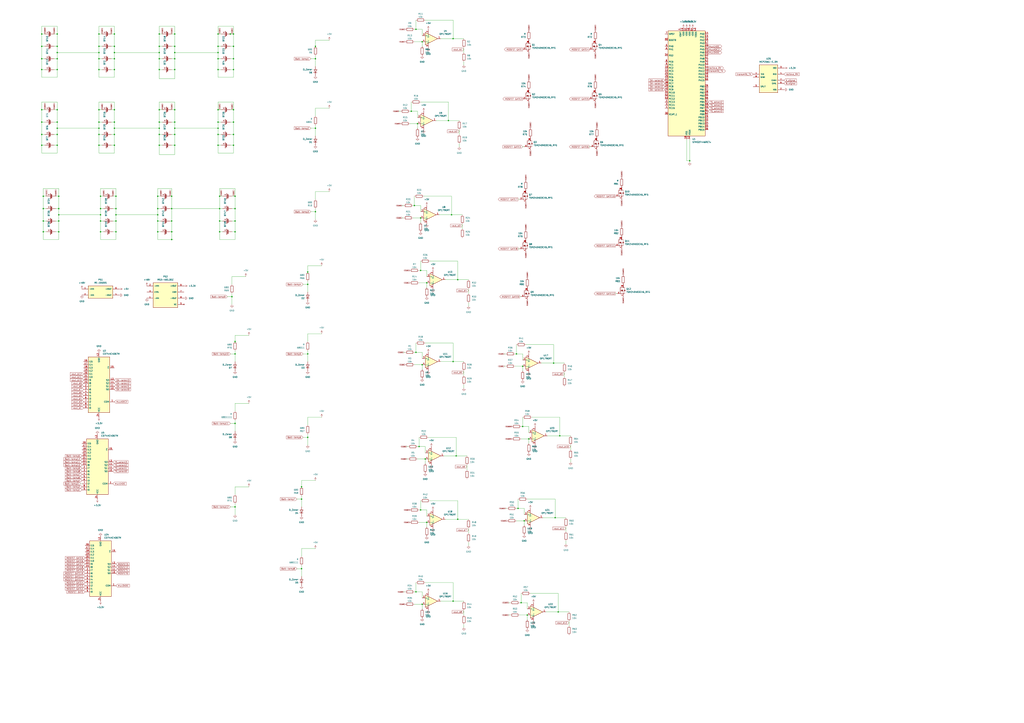
<source format=kicad_sch>
(kicad_sch (version 20231120) (generator "eeschema") (generator_version "8.0")
  (paper "A1")
  (junction (at 179.07 110.49))
  (junction (at 35.56 190.5))
  (junction (at 46.99 43.18))
  (junction (at 81.28 43.18))
  (junction (at 341.63 289.56))
  (junction (at 193.04 171.45))
  (junction (at 372.11 297.18))
  (junction (at 46.99 57.15))
  (junction (at 566.42 132.08))
  (junction (at 179.07 90.17))
  (junction (at 130.81 48.26))
  (junction (at 247.65 400.05))
  (junction (at 193.04 416.56))
  (junction (at 247.65 410.21))
  (junction (at 179.07 57.15))
  (junction (at 93.98 100.33))
  (junction (at 48.26 190.5))
  (junction (at 143.51 27.94))
  (junction (at 143.51 105.41))
  (junction (at 93.98 48.26))
  (junction (at 46.99 105.41))
  (junction (at 34.29 90.17))
  (junction (at 191.77 57.15))
  (junction (at 372.11 31.75))
  (junction (at 143.51 90.17))
  (junction (at 193.04 190.5))
  (junction (at 82.55 176.53))
  (junction (at 34.29 110.49))
  (junction (at 191.77 90.17))
  (junction (at 130.81 57.15))
  (junction (at 34.29 57.15))
  (junction (at 143.51 110.49))
  (junction (at 34.29 100.33))
  (junction (at 179.07 48.26))
  (junction (at 140.97 181.61))
  (junction (at 129.54 176.53))
  (junction (at 345.44 179.07))
  (junction (at 95.25 171.45))
  (junction (at 425.45 417.83))
  (junction (at 143.51 38.1))
  (junction (at 252.73 233.68))
  (junction (at 259.08 173.99))
  (junction (at 344.17 367.03))
  (junction (at 341.63 486.41))
  (junction (at 350.52 232.41))
  (junction (at 191.77 110.49))
  (junction (at 140.97 171.45))
  (junction (at 140.97 196.85))
  (junction (at 130.81 119.38))
  (junction (at 46.99 27.94))
  (junction (at 93.98 90.17))
  (junction (at 93.98 27.94))
  (junction (at 95.25 181.61))
  (junction (at 180.34 190.5))
  (junction (at 93.98 43.18))
  (junction (at 189.23 27.94))
  (junction (at 143.51 100.33))
  (junction (at 193.04 280.67))
  (junction (at 130.81 38.1))
  (junction (at 179.07 105.41))
  (junction (at 346.71 34.29))
  (junction (at 82.55 171.45))
  (junction (at 81.28 27.94))
  (junction (at 81.28 100.33))
  (junction (at 191.77 119.38))
  (junction (at 95.25 190.5))
  (junction (at 458.47 502.92))
  (junction (at 374.65 374.65))
  (junction (at 46.99 38.1))
  (junction (at 140.97 161.29))
  (junction (at 48.26 181.61))
  (junction (at 193.04 347.98))
  (junction (at 93.98 110.49))
  (junction (at 143.51 48.26))
  (junction (at 82.55 181.61))
  (junction (at 191.77 48.26))
  (junction (at 34.29 119.38))
  (junction (at 34.29 38.1))
  (junction (at 48.26 176.53))
  (junction (at 191.77 27.94))
  (junction (at 337.82 91.44))
  (junction (at 350.52 429.26))
  (junction (at 259.08 48.26))
  (junction (at 345.44 419.1))
  (junction (at 46.99 110.49))
  (junction (at 179.07 43.18))
  (junction (at 459.74 358.14))
  (junction (at 179.07 27.94))
  (junction (at 129.54 190.5))
  (junction (at 130.81 110.49))
  (junction (at 93.98 38.1))
  (junction (at 340.36 168.91))
  (junction (at 46.99 100.33))
  (junction (at 81.28 119.38))
  (junction (at 346.71 299.72))
  (junction (at 34.29 27.94))
  (junction (at 179.07 119.38))
  (junction (at 252.73 290.83))
  (junction (at 430.53 427.99))
  (junction (at 180.34 171.45))
  (junction (at 252.73 223.52))
  (junction (at 130.81 100.33))
  (junction (at 193.04 181.61))
  (junction (at 129.54 171.45))
  (junction (at 35.56 171.45))
  (junction (at 259.08 38.1))
  (junction (at 372.11 494.03))
  (junction (at 93.98 105.41))
  (junction (at 93.98 57.15))
  (junction (at 48.26 161.29))
  (junction (at 427.99 495.3))
  (junction (at 193.04 290.83))
  (junction (at 375.92 426.72))
  (junction (at 179.07 100.33))
  (junction (at 34.29 48.26))
  (junction (at 48.26 171.45))
  (junction (at 46.99 119.38))
  (junction (at 370.84 176.53))
  (junction (at 130.81 43.18))
  (junction (at 81.28 57.15))
  (junction (at 433.07 505.46))
  (junction (at 46.99 48.26))
  (junction (at 81.28 105.41))
  (junction (at 191.77 38.1))
  (junction (at 341.63 24.13))
  (junction (at 193.04 161.29))
  (junction (at 454.66 298.45))
  (junction (at 143.51 43.18))
  (junction (at 191.77 100.33))
  (junction (at 345.44 222.25))
  (junction (at 129.54 181.61))
  (junction (at 82.55 161.29))
  (junction (at 130.81 27.94))
  (junction (at 140.97 190.5))
  (junction (at 130.81 105.41))
  (junction (at 429.26 350.52))
  (junction (at 95.25 176.53))
  (junction (at 143.51 119.38))
  (junction (at 252.73 359.41))
  (junction (at 81.28 90.17))
  (junction (at 375.92 229.87))
  (junction (at 81.28 110.49))
  (junction (at 95.25 161.29))
  (junction (at 81.28 48.26))
  (junction (at 429.26 300.99))
  (junction (at 129.54 161.29))
  (junction (at 35.56 161.29))
  (junction (at 247.65 467.36))
  (junction (at 179.07 38.1))
  (junction (at 455.93 425.45))
  (junction (at 259.08 105.41))
  (junction (at 424.18 290.83))
  (junction (at 46.99 90.17))
  (junction (at 346.71 496.57))
  (junction (at 368.3 99.06))
  (junction (at 180.34 161.29))
  (junction (at 190.5 243.84))
  (junction (at 342.9 101.6))
  (junction (at 434.34 360.68))
  (junction (at 130.81 90.17))
  (junction (at 82.55 190.5))
  (junction (at 81.28 38.1))
  (junction (at 93.98 119.38))
  (junction (at 349.25 377.19))
  (junction (at 143.51 57.15))
  (junction (at 35.56 181.61))
  (junction (at 180.34 181.61))
  (wire (pts (xy 140.97 171.45) (xy 140.97 181.61)))
  (wire (pts (xy 427.99 350.52) (xy 429.26 350.52)))
  (wire (pts (xy 351.79 359.41) (xy 374.65 359.41)))
  (wire (pts (xy 189.23 90.17) (xy 191.77 90.17)))
  (wire (pts (xy 140.97 181.61) (xy 140.97 190.5)))
  (wire (pts (xy 81.28 27.94) (xy 81.28 38.1)))
  (wire (pts (xy 337.82 83.82) (xy 337.82 91.44)))
  (wire (pts (xy 349.25 281.94) (xy 372.11 281.94)))
  (wire (pts (xy 179.07 27.94) (xy 181.61 27.94)))
  (wire (pts (xy 93.98 48.26) (xy 91.44 48.26)))
  (wire (pts (xy 179.07 38.1) (xy 179.07 43.18)))
  (wire (pts (xy 429.26 300.99) (xy 429.26 304.8)))
  (wire (pts (xy 140.97 27.94) (xy 143.51 27.94)))
  (wire (pts (xy 34.29 90.17) (xy 36.83 90.17)))
  (wire (pts (xy 143.51 110.49) (xy 143.51 119.38)))
  (wire (pts (xy 429.26 350.52) (xy 434.34 350.52)))
  (wire (pts (xy 381 39.37) (xy 381 43.18)))
  (wire (pts (xy 130.81 43.18) (xy 130.81 48.26)))
  (wire (pts (xy 129.54 171.45) (xy 132.08 171.45)))
  (wire (pts (xy 35.56 161.29) (xy 38.1 161.29)))
  (wire (pts (xy 35.56 154.94) (xy 48.26 154.94)))
  (wire (pts (xy 193.04 181.61) (xy 193.04 190.5)))
  (wire (pts (xy 506.73 241.3) (xy 505.46 241.3)))
  (wire (pts (xy 243.84 410.21) (xy 247.65 410.21)))
  (wire (pts (xy 179.07 38.1) (xy 181.61 38.1)))
  (wire (pts (xy 430.53 120.65) (xy 429.26 120.65)))
  (wire (pts (xy 93.98 57.15) (xy 93.98 63.5)))
  (wire (pts (xy 566.42 114.3) (xy 566.42 132.08)))
  (wire (pts (xy 81.28 83.82) (xy 81.28 90.17)))
  (wire (pts (xy 130.81 64.77) (xy 143.51 64.77)))
  (wire (pts (xy 34.29 100.33) (xy 34.29 110.49)))
  (wire (pts (xy 91.44 57.15) (xy 93.98 57.15)))
  (wire (pts (xy 130.81 90.17) (xy 133.35 90.17)))
  (wire (pts (xy 179.07 21.59) (xy 179.07 27.94)))
  (wire (pts (xy 179.07 83.82) (xy 191.77 83.82)))
  (wire (pts (xy 449.58 358.14) (xy 459.74 358.14)))
  (wire (pts (xy 130.81 27.94) (xy 133.35 27.94)))
  (wire (pts (xy 95.25 176.53) (xy 129.54 176.53)))
  (wire (pts (xy 429.26 342.9) (xy 429.26 350.52)))
  (wire (pts (xy 252.73 218.44) (xy 252.73 223.52)))
  (wire (pts (xy 360.68 176.53) (xy 370.84 176.53)))
  (wire (pts (xy 424.18 283.21) (xy 424.18 290.83)))
  (wire (pts (xy 247.65 400.05) (xy 247.65 401.32)))
  (wire (pts (xy 368.3 99.06) (xy 377.19 99.06)))
  (wire (pts (xy 129.54 154.94) (xy 140.97 154.94)))
  (wire (pts (xy 345.44 222.25) (xy 350.52 222.25)))
  (wire (pts (xy 48.26 181.61) (xy 45.72 181.61)))
  (wire (pts (xy 189.23 416.56) (xy 193.04 416.56)))
  (wire (pts (xy 191.77 110.49) (xy 191.77 119.38)))
  (wire (pts (xy 82.55 176.53) (xy 82.55 181.61)))
  (wire (pts (xy 339.09 168.91) (xy 340.36 168.91)))
  (wire (pts (xy 365.76 229.87) (xy 375.92 229.87)))
  (wire (pts (xy 344.17 359.41) (xy 344.17 367.03)))
  (wire (pts (xy 341.63 486.41) (xy 346.71 486.41)))
  (wire (pts (xy 193.04 275.59) (xy 193.04 280.67)))
  (wire (pts (xy 179.07 90.17) (xy 181.61 90.17)))
  (wire (pts (xy 370.84 176.53) (xy 379.73 176.53)))
  (wire (pts (xy 93.98 110.49) (xy 93.98 119.38)))
  (wire (pts (xy 35.56 181.61) (xy 38.1 181.61)))
  (wire (pts (xy 427.99 360.68) (xy 434.34 360.68)))
  (wire (pts (xy 344.17 222.25) (xy 345.44 222.25)))
  (wire (pts (xy 82.55 154.94) (xy 82.55 161.29)))
  (wire (pts (xy 46.99 38.1) (xy 46.99 27.94)))
  (wire (pts (xy 384.81 434.34) (xy 384.81 438.15)))
  (wire (pts (xy 431.8 283.21) (xy 454.66 283.21)))
  (wire (pts (xy 34.29 27.94) (xy 36.83 27.94)))
  (wire (pts (xy 190.5 241.3) (xy 190.5 243.84)))
  (wire (pts (xy 34.29 83.82) (xy 46.99 83.82)))
  (wire (pts (xy 130.81 57.15) (xy 130.81 64.77)))
  (wire (pts (xy 82.55 181.61) (xy 82.55 190.5)))
  (wire (pts (xy 81.28 83.82) (xy 93.98 83.82)))
  (wire (pts (xy 82.55 171.45) (xy 82.55 176.53)))
  (wire (pts (xy 179.07 48.26) (xy 179.07 57.15)))
  (wire (pts (xy 179.07 43.18) (xy 179.07 48.26)))
  (wire (pts (xy 332.74 486.41) (xy 331.47 486.41)))
  (wire (pts (xy 485.14 120.65) (xy 483.87 120.65)))
  (wire (pts (xy 81.28 90.17) (xy 83.82 90.17)))
  (wire (pts (xy 247.65 450.85) (xy 259.08 450.85)))
  (wire (pts (xy 448.31 502.92) (xy 458.47 502.92)))
  (wire (pts (xy 34.29 119.38) (xy 34.29 125.73)))
  (wire (pts (xy 140.97 38.1) (xy 143.51 38.1)))
  (wire (pts (xy 81.28 48.26) (xy 83.82 48.26)))
  (wire (pts (xy 370.84 161.29) (xy 370.84 176.53)))
  (wire (pts (xy 91.44 119.38) (xy 93.98 119.38)))
  (wire (pts (xy 48.26 154.94) (xy 48.26 161.29)))
  (wire (pts (xy 334.01 377.19) (xy 335.28 377.19)))
  (wire (pts (xy 66.04 397.51) (xy 67.31 397.51)))
  (wire (pts (xy 179.07 90.17) (xy 179.07 100.33)))
  (wire (pts (xy 46.99 105.41) (xy 81.28 105.41)))
  (wire (pts (xy 93.98 43.18) (xy 130.81 43.18)))
  (wire (pts (xy 95.25 171.45) (xy 95.25 176.53)))
  (wire (pts (xy 377.19 106.68) (xy 377.19 110.49)))
  (wire (pts (xy 468.63 365.76) (xy 468.63 369.57)))
  (wire (pts (xy 46.99 83.82) (xy 46.99 90.17)))
  (wire (pts (xy 345.44 179.07) (xy 345.44 182.88)))
  (wire (pts (xy 34.29 27.94) (xy 34.29 38.1)))
  (wire (pts (xy 93.98 119.38) (xy 93.98 125.73)))
  (wire (pts (xy 81.28 48.26) (xy 81.28 57.15)))
  (wire (pts (xy 140.97 161.29) (xy 140.97 171.45)))
  (wire (pts (xy 340.36 299.72) (xy 346.71 299.72)))
  (wire (pts (xy 252.73 231.14) (xy 252.73 233.68)))
  (wire (pts (xy 426.72 204.47) (xy 425.45 204.47)))
  (wire (pts (xy 91.44 27.94) (xy 93.98 27.94)))
  (wire (pts (xy 255.27 105.41) (xy 259.08 105.41)))
  (wire (pts (xy 81.28 57.15) (xy 83.82 57.15)))
  (wire (pts (xy 130.81 100.33) (xy 130.81 105.41)))
  (wire (pts (xy 417.83 505.46) (xy 419.1 505.46)))
  (wire (pts (xy 467.36 510.54) (xy 467.36 514.35)))
  (wire (pts (xy 81.28 38.1) (xy 81.28 43.18)))
  (wire (pts (xy 143.51 43.18) (xy 143.51 48.26)))
  (wire (pts (xy 191.77 48.26) (xy 189.23 48.26)))
  (wire (pts (xy 191.77 110.49) (xy 189.23 110.49)))
  (wire (pts (xy 424.18 417.83) (xy 425.45 417.83)))
  (wire (pts (xy 93.98 105.41) (xy 130.81 105.41)))
  (wire (pts (xy 46.99 21.59) (xy 46.99 27.94)))
  (wire (pts (xy 130.81 110.49) (xy 133.35 110.49)))
  (wire (pts (xy 342.9 91.44) (xy 342.9 96.52)))
  (wire (pts (xy 259.08 171.45) (xy 259.08 173.99)))
  (wire (pts (xy 143.51 119.38) (xy 143.51 127)))
  (wire (pts (xy 259.08 102.87) (xy 259.08 105.41)))
  (wire (pts (xy 381 501.65) (xy 381 505.46)))
  (wire (pts (xy 426.72 505.46) (xy 433.07 505.46)))
  (wire (pts (xy 433.07 495.3) (xy 433.07 500.38)))
  (wire (pts (xy 129.54 161.29) (xy 129.54 171.45)))
  (wire (pts (xy 381 513.08) (xy 381 515.62)))
  (wire (pts (xy 81.28 43.18) (xy 81.28 48.26)))
  (wire (pts (xy 341.63 281.94) (xy 341.63 289.56)))
  (wire (pts (xy 93.98 83.82) (xy 93.98 90.17)))
  (wire (pts (xy 129.54 171.45) (xy 129.54 176.53)))
  (wire (pts (xy 46.99 105.41) (xy 46.99 110.49)))
  (wire (pts (xy 130.81 100.33) (xy 133.35 100.33)))
  (wire (pts (xy 189.23 38.1) (xy 191.77 38.1)))
  (wire (pts (xy 340.36 24.13) (xy 341.63 24.13)))
  (wire (pts (xy 259.08 33.02) (xy 259.08 38.1)))
  (wire (pts (xy 46.99 100.33) (xy 46.99 90.17)))
  (wire (pts (xy 252.73 342.9) (xy 252.73 349.25)))
  (wire (pts (xy 455.93 410.21) (xy 455.93 425.45)))
  (wire (pts (xy 189.23 100.33) (xy 191.77 100.33)))
  (wire (pts (xy 143.51 38.1) (xy 143.51 27.94)))
  (wire (pts (xy 93.98 100.33) (xy 93.98 90.17)))
  (wire (pts (xy 384.81 445.77) (xy 384.81 448.31)))
  (wire (pts (xy 45.72 161.29) (xy 48.26 161.29)))
  (wire (pts (xy 130.81 105.41) (xy 130.81 110.49)))
  (wire (pts (xy 48.26 181.61) (xy 48.26 190.5)))
  (wire (pts (xy 345.44 214.63) (xy 345.44 222.25)))
  (wire (pts (xy 46.99 110.49) (xy 46.99 119.38)))
  (wire (pts (xy 193.04 171.45) (xy 193.04 161.29)))
  (wire (pts (xy 44.45 90.17) (xy 46.99 90.17)))
  (wire (pts (xy 377.19 118.11) (xy 377.19 120.65)))
  (wire (pts (xy 130.81 27.94) (xy 130.81 21.59)))
  (wire (pts (xy 81.28 21.59) (xy 93.98 21.59)))
  (wire (pts (xy 34.29 110.49) (xy 34.29 119.38)))
  (wire (pts (xy 179.07 83.82) (xy 179.07 90.17)))
  (wire (pts (xy 189.23 119.38) (xy 191.77 119.38)))
  (wire (pts (xy 34.29 38.1) (xy 34.29 48.26)))
  (wire (pts (xy 350.52 429.26) (xy 350.52 433.07)))
  (wire (pts (xy 191.77 83.82) (xy 191.77 90.17)))
  (wire (pts (xy 346.71 289.56) (xy 346.71 294.64)))
  (wire (pts (xy 191.77 57.15) (xy 191.77 63.5)))
  (wire (pts (xy 189.23 57.15) (xy 191.77 57.15)))
  (wire (pts (xy 384.81 237.49) (xy 384.81 241.3)))
  (wire (pts (xy 375.92 214.63) (xy 375.92 229.87)))
  (wire (pts (xy 191.77 21.59) (xy 191.77 27.94)))
  (wire (pts (xy 247.65 464.82) (xy 247.65 467.36)))
  (wire (pts (xy 130.81 38.1) (xy 133.35 38.1)))
  (wire (pts (xy 424.18 290.83) (xy 429.26 290.83)))
  (wire (pts (xy 81.28 119.38) (xy 83.82 119.38)))
  (wire (pts (xy 252.73 359.41) (xy 252.73 365.76)))
  (wire (pts (xy 46.99 38.1) (xy 46.99 43.18)))
  (wire (pts (xy 468.63 377.19) (xy 468.63 379.73)))
  (wire (pts (xy 93.98 38.1) (xy 93.98 27.94)))
  (wire (pts (xy 81.28 100.33) (xy 83.82 100.33)))
  (wire (pts (xy 349.25 377.19) (xy 349.25 381)))
  (wire (pts (xy 193.04 345.44) (xy 193.04 347.98)))
  (wire (pts (xy 180.34 196.85) (xy 193.04 196.85)))
  (wire (pts (xy 143.51 100.33) (xy 143.51 105.41)))
  (wire (pts (xy 44.45 27.94) (xy 46.99 27.94)))
  (wire (pts (xy 259.08 45.72) (xy 259.08 48.26)))
  (wire (pts (xy 361.95 494.03) (xy 372.11 494.03)))
  (wire (pts (xy 130.81 21.59) (xy 143.51 21.59)))
  (wire (pts (xy 93.98 21.59) (xy 93.98 27.94)))
  (wire (pts (xy 463.55 306.07) (xy 463.55 309.88)))
  (wire (pts (xy 328.93 91.44) (xy 327.66 91.44)))
  (wire (pts (xy 193.04 331.47) (xy 193.04 337.82)))
  (wire (pts (xy 344.17 419.1) (xy 345.44 419.1)))
  (wire (pts (xy 342.9 101.6) (xy 342.9 105.41)))
  (wire (pts (xy 340.36 168.91) (xy 345.44 168.91)))
  (wire (pts (xy 46.99 119.38) (xy 46.99 125.73)))
  (wire (pts (xy 191.77 100.33) (xy 191.77 90.17)))
  (wire (pts (xy 35.56 171.45) (xy 38.1 171.45)))
  (wire (pts (xy 372.11 281.94) (xy 372.11 297.18)))
  (wire (pts (xy 143.51 100.33) (xy 143.51 90.17)))
  (wire (pts (xy 140.97 154.94) (xy 140.97 161.29)))
  (wire (pts (xy 193.04 154.94) (xy 193.04 161.29)))
  (wire (pts (xy 416.56 417.83) (xy 415.29 417.83)))
  (wire (pts (xy 140.97 190.5) (xy 142.24 190.5)))
  (wire (pts (xy 34.29 38.1) (xy 36.83 38.1)))
  (wire (pts (xy 341.63 16.51) (xy 341.63 24.13)))
  (wire (pts (xy 193.04 400.05) (xy 204.47 400.05)))
  (wire (pts (xy 252.73 233.68) (xy 252.73 240.03)))
  (wire (pts (xy 190.5 190.5) (xy 193.04 190.5)))
  (wire (pts (xy 259.08 33.02) (xy 270.51 33.02)))
  (wire (pts (xy 375.92 229.87) (xy 384.81 229.87)))
  (wire (pts (xy 259.08 173.99) (xy 259.08 180.34)))
  (wire (pts (xy 35.56 181.61) (xy 35.56 190.5)))
  (wire (pts (xy 340.36 161.29) (xy 340.36 168.91)))
  (wire (pts (xy 129.54 181.61) (xy 129.54 190.5)))
  (wire (pts (xy 180.34 190.5) (xy 182.88 190.5)))
  (wire (pts (xy 349.25 478.79) (xy 372.11 478.79)))
  (wire (pts (xy 336.55 91.44) (xy 337.82 91.44)))
  (wire (pts (xy 129.54 176.53) (xy 129.54 181.61)))
  (wire (pts (xy 95.25 190.5) (xy 95.25 196.85)))
  (wire (pts (xy 180.34 161.29) (xy 180.34 171.45)))
  (wire (pts (xy 259.08 38.1) (xy 259.08 39.37)))
  (wire (pts (xy 143.51 21.59) (xy 143.51 27.94)))
  (wire (pts (xy 454.66 298.45) (xy 463.55 298.45)))
  (wire (pts (xy 193.04 181.61) (xy 190.5 181.61)))
  (wire (pts (xy 248.92 290.83) (xy 252.73 290.83)))
  (wire (pts (xy 180.34 154.94) (xy 193.04 154.94)))
  (wire (pts (xy 93.98 48.26) (xy 93.98 57.15)))
  (wire (pts (xy 243.84 467.36) (xy 247.65 467.36)))
  (wire (pts (xy 46.99 43.18) (xy 46.99 48.26)))
  (wire (pts (xy 414.02 300.99) (xy 415.29 300.99)))
  (wire (pts (xy 350.52 419.1) (xy 350.52 424.18)))
  (wire (pts (xy 342.9 377.19) (xy 349.25 377.19)))
  (wire (pts (xy 340.36 486.41) (xy 341.63 486.41)))
  (wire (pts (xy 140.97 90.17) (xy 143.51 90.17)))
  (wire (pts (xy 34.29 125.73) (xy 46.99 125.73)))
  (wire (pts (xy 180.34 181.61) (xy 182.88 181.61)))
  (wire (pts (xy 336.55 101.6) (xy 342.9 101.6)))
  (wire (pts (xy 340.36 34.29) (xy 346.71 34.29)))
  (wire (pts (xy 81.28 105.41) (xy 81.28 110.49)))
  (wire (pts (xy 180.34 154.94) (xy 180.34 161.29)))
  (wire (pts (xy 191.77 38.1) (xy 191.77 27.94)))
  (wire (pts (xy 425.45 417.83) (xy 430.53 417.83)))
  (wire (pts (xy 81.28 63.5) (xy 93.98 63.5)))
  (wire (pts (xy 248.92 233.68) (xy 252.73 233.68)))
  (wire (pts (xy 81.28 90.17) (xy 81.28 100.33)))
  (wire (pts (xy 252.73 356.87) (xy 252.73 359.41)))
  (wire (pts (xy 190.5 243.84) (xy 190.5 250.19)))
  (wire (pts (xy 459.74 342.9) (xy 459.74 358.14)))
  (wire (pts (xy 193.04 347.98) (xy 193.04 354.33)))
  (wire (pts (xy 187.96 27.94) (xy 189.23 27.94)))
  (wire (pts (xy 143.51 48.26) (xy 143.51 57.15)))
  (wire (pts (xy 130.81 57.15) (xy 133.35 57.15)))
  (wire (pts (xy 252.73 218.44) (xy 264.16 218.44)))
  (wire (pts (xy 346.71 24.13) (xy 346.71 29.21)))
  (wire (pts (xy 372.11 478.79) (xy 372.11 494.03)))
  (wire (pts (xy 563.88 114.3) (xy 563.88 132.08)))
  (wire (pts (xy 191.77 119.38) (xy 191.77 125.73)))
  (wire (pts (xy 130.81 90.17) (xy 130.81 100.33)))
  (wire (pts (xy 345.44 411.48) (xy 345.44 419.1)))
  (wire (pts (xy 34.29 90.17) (xy 34.29 83.82)))
  (wire (pts (xy 92.71 161.29) (xy 95.25 161.29)))
  (wire (pts (xy 130.81 48.26) (xy 133.35 48.26)))
  (wire (pts (xy 91.44 90.17) (xy 93.98 90.17)))
  (wire (pts (xy 180.34 181.61) (xy 180.34 190.5)))
  (wire (pts (xy 180.34 190.5) (xy 180.34 196.85)))
  (wire (pts (xy 424.18 427.99) (xy 430.53 427.99)))
  (wire (pts (xy 259.08 105.41) (xy 259.08 111.76)))
  (wire (pts (xy 374.65 374.65) (xy 383.54 374.65)))
  (wire (pts (xy 247.65 450.85) (xy 247.65 457.2)))
  (wire (pts (xy 34.29 100.33) (xy 36.83 100.33)))
  (wire (pts (xy 349.25 16.51) (xy 372.11 16.51)))
  (wire (pts (xy 140.97 100.33) (xy 143.51 100.33)))
  (wire (pts (xy 341.63 289.56) (xy 346.71 289.56)))
  (wire (pts (xy 427.99 495.3) (xy 433.07 495.3)))
  (wire (pts (xy 179.07 57.15) (xy 181.61 57.15)))
  (wire (pts (xy 247.65 410.21) (xy 247.65 416.56)))
  (wire (pts (xy 82.55 181.61) (xy 85.09 181.61)))
  (wire (pts (xy 44.45 100.33) (xy 46.99 100.33)))
  (wire (pts (xy 34.29 48.26) (xy 34.29 57.15)))
  (wire (pts (xy 429.26 290.83) (xy 429.26 295.91)))
  (wire (pts (xy 179.07 125.73) (xy 191.77 125.73)))
  (wire (pts (xy 139.7 171.45) (xy 140.97 171.45)))
  (wire (pts (xy 430.53 417.83) (xy 430.53 422.91)))
  (wire (pts (xy 129.54 196.85) (xy 140.97 196.85)))
  (wire (pts (xy 422.91 300.99) (xy 429.26 300.99)))
  (wire (pts (xy 34.29 63.5) (xy 46.99 63.5)))
  (wire (pts (xy 566.42 132.08) (xy 566.42 133.35)))
  (wire (pts (xy 140.97 119.38) (xy 143.51 119.38)))
  (wire (pts (xy 95.25 181.61) (xy 95.25 190.5)))
  (wire (pts (xy 95.25 181.61) (xy 92.71 181.61)))
  (wire (pts (xy 459.74 358.14) (xy 468.63 358.14)))
  (wire (pts (xy 93.98 105.41) (xy 93.98 110.49)))
  (wire (pts (xy 179.07 119.38) (xy 181.61 119.38)))
  (wire (pts (xy 248.92 359.41) (xy 252.73 359.41)))
  (wire (pts (xy 445.77 425.45) (xy 455.93 425.45)))
  (wire (pts (xy 143.51 105.41) (xy 179.07 105.41)))
  (wire (pts (xy 48.26 176.53) (xy 82.55 176.53)))
  (wire (pts (xy 193.04 275.59) (xy 204.47 275.59)))
  (wire (pts (xy 48.26 176.53) (xy 48.26 181.61)))
  (wire (pts (xy 383.54 382.27) (xy 383.54 386.08)))
  (wire (pts (xy 190.5 227.33) (xy 201.93 227.33)))
  (wire (pts (xy 44.45 119.38) (xy 46.99 119.38)))
  (wire (pts (xy 34.29 21.59) (xy 46.99 21.59)))
  (wire (pts (xy 34.29 48.26) (xy 36.83 48.26)))
  (wire (pts (xy 130.81 119.38) (xy 130.81 127)))
  (wire (pts (xy 193.04 416.56) (xy 193.04 422.91)))
  (wire (pts (xy 259.08 88.9) (xy 259.08 95.25)))
  (wire (pts (xy 344.17 429.26) (xy 350.52 429.26)))
  (wire (pts (xy 82.55 171.45) (xy 85.09 171.45)))
  (wire (pts (xy 140.97 181.61) (xy 139.7 181.61)))
  (wire (pts (xy 193.04 280.67) (xy 193.04 281.94)))
  (wire (pts (xy 191.77 100.33) (xy 191.77 110.49)))
  (wire (pts (xy 34.29 57.15) (xy 36.83 57.15)))
  (wire (pts (xy 81.28 57.15) (xy 81.28 63.5)))
  (wire (pts (xy 179.07 48.26) (xy 181.61 48.26)))
  (wire (pts (xy 252.73 274.32) (xy 252.73 280.67)))
  (wire (pts (xy 372.11 297.18) (xy 381 297.18)))
  (wire (pts (xy 34.29 27.94) (xy 34.29 21.59)))
  (wire (pts (xy 353.06 214.63) (xy 375.92 214.63)))
  (wire (pts (xy 91.44 100.33) (xy 93.98 100.33)))
  (wire (pts (xy 340.36 496.57) (xy 346.71 496.57)))
  (wire (pts (xy 193.04 290.83) (xy 193.04 297.18)))
  (wire (pts (xy 82.55 161.29) (xy 85.09 161.29)))
  (wire (pts (xy 419.1 495.3) (xy 417.83 495.3)))
  (wire (pts (xy 458.47 502.92) (xy 467.36 502.92)))
  (wire (pts (xy 82.55 161.29) (xy 82.55 171.45)))
  (wire (pts (xy 81.28 21.59) (xy 81.28 27.94)))
  (wire (pts (xy 139.7 190.5) (xy 140.97 190.5)))
  (wire (pts (xy 129.54 161.29) (xy 129.54 154.94)))
  (wire (pts (xy 344.17 232.41) (xy 350.52 232.41)))
  (wire (pts (xy 81.28 110.49) (xy 83.82 110.49)))
  (wire (pts (xy 337.82 91.44) (xy 342.9 91.44)))
  (wire (pts (xy 259.08 48.26) (xy 259.08 54.61)))
  (wire (pts (xy 255.27 48.26) (xy 259.08 48.26)))
  (wire (pts (xy 130.81 90.17) (xy 130.81 83.82)))
  (wire (pts (xy 46.99 43.18) (xy 81.28 43.18)))
  (wire (pts (xy 415.29 290.83) (xy 414.02 290.83)))
  (wire (pts (xy 143.51 83.82) (xy 143.51 90.17)))
  (wire (pts (xy 91.44 38.1) (xy 93.98 38.1)))
  (wire (pts (xy 186.69 243.84) (xy 190.5 243.84)))
  (wire (pts (xy 375.92 411.48) (xy 375.92 426.72)))
  (wire (pts (xy 143.51 57.15) (xy 143.51 64.77)))
  (wire (pts (xy 179.07 100.33) (xy 181.61 100.33)))
  (wire (pts (xy 179.07 63.5) (xy 191.77 63.5)))
  (wire (pts (xy 346.71 34.29) (xy 346.71 38.1)))
  (wire (pts (xy 48.26 171.45) (xy 48.26 176.53)))
  (wire (pts (xy 189.23 27.94) (xy 191.77 27.94)))
  (wire (pts (xy 454.66 283.21) (xy 454.66 298.45)))
  (wire (pts (xy 361.95 297.18) (xy 372.11 297.18)))
  (wire (pts (xy 81.28 110.49) (xy 81.28 119.38)))
  (wire (pts (xy 140.97 196.85) (xy 142.24 196.85)))
  (wire (pts (xy 427.99 243.84) (xy 426.72 243.84)))
  (wire (pts (xy 143.51 48.26) (xy 140.97 48.26)))
  (wire (pts (xy 129.54 181.61) (xy 132.08 181.61)))
  (wire (pts (xy 425.45 410.21) (xy 425.45 417.83)))
  (wire (pts (xy 179.07 105.41) (xy 179.07 110.49)))
  (wire (pts (xy 180.34 161.29) (xy 182.88 161.29)))
  (wire (pts (xy 563.88 132.08) (xy 566.42 132.08)))
  (wire (pts (xy 379.73 184.15) (xy 379.73 187.96)))
  (wire (pts (xy 130.81 110.49) (xy 130.81 119.38)))
  (wire (pts (xy 179.07 100.33) (xy 179.07 105.41)))
  (wire (pts (xy 44.45 38.1) (xy 46.99 38.1)))
  (wire (pts (xy 247.65 467.36) (xy 247.65 473.71)))
  (wire (pts (xy 347.98 161.29) (xy 370.84 161.29)))
  (wire (pts (xy 46.99 57.15) (xy 46.99 63.5)))
  (wire (pts (xy 46.99 48.26) (xy 46.99 57.15)))
  (wire (pts (xy 375.92 426.72) (xy 384.81 426.72)))
  (wire (pts (xy 179.07 27.94) (xy 179.07 38.1)))
  (wire (pts (xy 358.14 99.06) (xy 368.3 99.06)))
  (wire (pts (xy 93.98 43.18) (xy 93.98 48.26)))
  (wire (pts (xy 130.81 127) (xy 143.51 127)))
  (wire (pts (xy 48.26 190.5) (xy 48.26 196.85)))
  (wire (pts (xy 82.55 190.5) (xy 82.55 196.85)))
  (wire (pts (xy 95.25 171.45) (xy 95.25 161.29)))
  (wire (pts (xy 129.54 190.5) (xy 132.08 190.5)))
  (wire (pts (xy 345.44 419.1) (xy 350.52 419.1)))
  (wire (pts (xy 143.51 110.49) (xy 140.97 110.49)))
  (wire (pts (xy 252.73 290.83) (xy 252.73 297.18)))
  (wire (pts (xy 180.34 171.45) (xy 180.34 181.61)))
  (wire (pts (xy 130.81 83.82) (xy 143.51 83.82)))
  (wire (pts (xy 179.07 57.15) (xy 179.07 63.5)))
  (wire (pts (xy 93.98 38.1) (xy 93.98 43.18)))
  (wire (pts (xy 35.56 161.29) (xy 35.56 171.45)))
  (wire (pts (xy 46.99 48.26) (xy 44.45 48.26)))
  (wire (pts (xy 384.81 248.92) (xy 384.81 251.46)))
  (wire (pts (xy 143.51 43.18) (xy 179.07 43.18)))
  (wire (pts (xy 130.81 48.26) (xy 130.81 57.15)))
  (wire (pts (xy 381 304.8) (xy 381 308.61)))
  (wire (pts (xy 81.28 38.1) (xy 83.82 38.1)))
  (wire (pts (xy 345.44 83.82) (xy 368.3 83.82)))
  (wire (pts (xy 140.97 57.15) (xy 143.51 57.15)))
  (wire (pts (xy 92.71 171.45) (xy 95.25 171.45)))
  (wire (pts (xy 93.98 100.33) (xy 93.98 105.41)))
  (wire (pts (xy 427.99 487.68) (xy 427.99 495.3)))
  (wire (pts (xy 140.97 171.45) (xy 180.34 171.45)))
  (wire (pts (xy 350.52 232.41) (xy 350.52 236.22)))
  (wire (pts (xy 247.65 407.67) (xy 247.65 410.21)))
  (wire (pts (xy 35.56 196.85) (xy 48.26 196.85)))
  (wire (pts (xy 464.82 444.5) (xy 464.82 447.04)))
  (wire (pts (xy 252.73 223.52) (xy 252.73 224.79)))
  (wire (pts (xy 341.63 24.13) (xy 346.71 24.13)))
  (wire (pts (xy 464.82 433.07) (xy 464.82 436.88)))
  (wire (pts (xy 455.93 425.45) (xy 464.82 425.45)))
  (wire (pts (xy 193.04 288.29) (xy 193.04 290.83)))
  (wire (pts (xy 444.5 298.45) (xy 454.66 298.45)))
  (wire (pts (xy 361.95 31.75) (xy 372.11 31.75)))
  (wire (pts (xy 344.17 367.03) (xy 349.25 367.03)))
  (wire (pts (xy 45.72 190.5) (xy 48.26 190.5)))
  (wire (pts (xy 330.2 179.07) (xy 331.47 179.07)))
  (wire (pts (xy 252.73 274.32) (xy 264.16 274.32)))
  (wire (pts (xy 34.29 119.38) (xy 36.83 119.38)))
  (wire (pts (xy 368.3 83.82) (xy 368.3 99.06)))
  (wire (pts (xy 346.71 299.72) (xy 346.71 303.53)))
  (wire (pts (xy 335.28 367.03) (xy 334.01 367.03)))
  (wire (pts (xy 179.07 21.59) (xy 191.77 21.59)))
  (wire (pts (xy 82.55 190.5) (xy 85.09 190.5)))
  (wire (pts (xy 381 316.23) (xy 381 318.77)))
  (wire (pts (xy 180.34 171.45) (xy 182.88 171.45)))
  (wire (pts (xy 93.98 110.49) (xy 91.44 110.49)))
  (wire (pts (xy 364.49 374.65) (xy 374.65 374.65)))
  (wire (pts (xy 46.99 100.33) (xy 46.99 105.41)))
  (wire (pts (xy 81.28 100.33) (xy 81.28 105.41)))
  (wire (pts (xy 191.77 48.26) (xy 191.77 57.15)))
  (wire (pts (xy 129.54 190.5) (xy 129.54 196.85)))
  (wire (pts (xy 44.45 57.15) (xy 46.99 57.15)))
  (wire (pts (xy 247.65 394.97) (xy 247.65 400.05)))
  (wire (pts (xy 179.07 110.49) (xy 179.07 119.38)))
  (wire (pts (xy 346.71 496.57) (xy 346.71 500.38)))
  (wire (pts (xy 129.54 161.29) (xy 132.08 161.29)))
  (wire (pts (xy 179.07 110.49) (xy 181.61 110.49)))
  (wire (pts (xy 331.47 168.91) (xy 330.2 168.91)))
  (wire (pts (xy 247.65 394.97) (xy 259.08 394.97)))
  (wire (pts (xy 34.29 90.17) (xy 34.29 100.33)))
  (wire (pts (xy 430.53 427.99) (xy 430.53 431.8)))
  (wire (pts (xy 350.52 222.25) (xy 350.52 227.33)))
  (wire (pts (xy 434.34 360.68) (xy 434.34 364.49)))
  (wire (pts (xy 381 50.8) (xy 381 53.34)))
  (wire (pts (xy 35.56 190.5) (xy 38.1 190.5)))
  (wire (pts (xy 259.08 88.9) (xy 270.51 88.9)))
  (wire (pts (xy 140.97 190.5) (xy 140.97 196.85)))
  (wire (pts (xy 191.77 38.1) (xy 191.77 48.26)))
  (wire (pts (xy 433.07 505.46) (xy 433.07 509.27)))
  (wire (pts (xy 433.07 410.21) (xy 455.93 410.21)))
  (wire (pts (xy 189.23 347.98) (xy 193.04 347.98)))
  (wire (pts (xy 340.36 289.56) (xy 341.63 289.56)))
  (wire (pts (xy 436.88 342.9) (xy 459.74 342.9)))
  (wire (pts (xy 372.11 16.51) (xy 372.11 31.75)))
  (wire (pts (xy 82.55 196.85) (xy 95.25 196.85)))
  (wire (pts (xy 34.29 57.15) (xy 34.29 63.5)))
  (wire (pts (xy 342.9 367.03) (xy 344.17 367.03)))
  (wire (pts (xy 193.04 190.5) (xy 193.04 196.85)))
  (wire (pts (xy 179.07 119.38) (xy 179.07 125.73)))
  (wire (pts (xy 130.81 27.94) (xy 130.81 38.1)))
  (wire (pts (xy 422.91 290.83) (xy 424.18 290.83)))
  (wire (pts (xy 252.73 342.9) (xy 264.16 342.9)))
  (wire (pts (xy 434.34 350.52) (xy 434.34 355.6)))
  (wire (pts (xy 374.65 359.41) (xy 374.65 374.65)))
  (wire (pts (xy 259.08 157.48) (xy 259.08 163.83)))
  (wire (pts (xy 143.51 38.1) (xy 143.51 43.18)))
  (wire (pts (xy 353.06 411.48) (xy 375.92 411.48)))
  (wire (pts (xy 190.5 171.45) (xy 193.04 171.45)))
  (wire (pts (xy 332.74 289.56) (xy 331.47 289.56)))
  (wire (pts (xy 35.56 161.29) (xy 35.56 154.94)))
  (wire (pts (xy 345.44 168.91) (xy 345.44 173.99)))
  (wire (pts (xy 426.72 495.3) (xy 427.99 495.3)))
  (wire (pts (xy 349.25 367.03) (xy 349.25 372.11)))
  (wire (pts (xy 48.26 171.45) (xy 48.26 161.29)))
  (wire (pts (xy 193.04 414.02) (xy 193.04 416.56)))
  (wire (pts (xy 372.11 31.75) (xy 381 31.75)))
  (wire (pts (xy 259.08 157.48) (xy 270.51 157.48)))
  (wire (pts (xy 346.71 486.41) (xy 346.71 491.49)))
  (wire (pts (xy 190.5 161.29) (xy 193.04 161.29)))
  (wire (pts (xy 252.73 288.29) (xy 252.73 290.83)))
  (wire (pts (xy 46.99 110.49) (xy 44.45 110.49)))
  (wire (pts (xy 130.81 38.1) (xy 130.81 43.18)))
  (wire (pts (xy 81.28 125.73) (xy 93.98 125.73)))
  (wire (pts (xy 45.72 171.45) (xy 48.26 171.45)))
  (wire (pts (xy 193.04 400.05) (xy 193.04 406.4)))
  (wire (pts (xy 81.28 119.38) (xy 81.28 125.73)))
  (wire (pts (xy 34.29 110.49) (xy 36.83 110.49)))
  (wire (pts (xy 139.7 161.29) (xy 140.97 161.29)))
  (wire (pts (xy 365.76 426.72) (xy 375.92 426.72)))
  (wire (pts (xy 190.5 227.33) (xy 190.5 233.68)))
  (wire (pts (xy 143.51 105.41) (xy 143.51 110.49)))
  (wire (pts (xy 255.27 173.99) (xy 259.08 173.99)))
  (wire (pts (xy 341.63 478.79) (xy 341.63 486.41)))
  (wire (pts (xy 35.56 171.45) (xy 35.56 181.61)))
  (wire (pts (xy 193.04 331.47) (xy 204.47 331.47)))
  (wire (pts (xy 95.25 176.53) (xy 95.25 181.61)))
  (wire (pts (xy 193.04 171.45) (xy 193.04 181.61)))
  (wire (pts (xy 130.81 119.38) (xy 133.35 119.38)))
  (wire (pts (xy 95.25 154.94) (xy 95.25 161.29)))
  (wire (pts (xy 81.28 27.94) (xy 83.82 27.94)))
  (wire (pts (xy 435.61 487.68) (xy 458.47 487.68)))
  (wire (pts (xy 372.11 494.03) (xy 381 494.03)))
  (wire (pts (xy 189.23 290.83) (xy 193.04 290.83)))
  (wire (pts (xy 458.47 487.68) (xy 458.47 502.92)))
  (wire (pts (xy 35.56 190.5) (xy 35.56 196.85)))
  (wire (pts (xy 339.09 179.07) (xy 345.44 179.07)))
  (wire (pts (xy 426.72 163.83) (xy 425.45 163.83)))
  (wire (pts (xy 82.55 154.94) (xy 95.25 154.94)))
  (wire (pts (xy 92.71 190.5) (xy 95.25 190.5)))
  (global_label "V1_batt5+" (shape input) (at 133.35 90.17 90) (effects (font (size 0.508 0.508))) (property "Intersheetrefs" "${INTERSHEET_REFS}" (effects (hide yes))))
  (global_label "Batt-temp6" (shape input) (at 248.92 359.41 180) (property "Intersheetrefs" "${INTERSHEET_REFS}" (effects (hide yes))))
  (global_label "V1_batt7-" (shape input) (at 91.44 27.94 90) (effects (font (size 0.508 0.508))) (property "Intersheetrefs" "${INTERSHEET_REFS}" (effects (hide yes))))
  (global_label "vout_b12" (shape input) (at 467.36 511.81 180) (property "Intersheetrefs" "${INTERSHEET_REFS}" (effects (hide yes))))
  (global_label "vout_b2" (shape input) (at 377.19 107.95 180) (property "Intersheetrefs" "${INTERSHEET_REFS}" (effects (hide yes))))
  (global_label "MOSFET GATE12" (shape input) (at 69.85 476.25 180) (property "Intersheetrefs" "${INTERSHEET_REFS}" (effects (hide yes))))
  (global_label "B_signal" (shape input) (at 643.89 68.58 0) (property "Intersheetrefs" "${INTERSHEET_REFS}" (effects (hide yes))))
  (global_label "Batt-temp2" (shape input) (at 67.31 400.05 180) (property "Intersheetrefs" "${INTERSHEET_REFS}" (effects (hide yes))))
  (global_label "V1_batt1+" (shape output) (at 332.74 24.13 180) (effects (font (size 0.508 0.508))) (property "Intersheetrefs" "${INTERSHEET_REFS}" (effects (hide yes))))
  (global_label "V1_batt12-" (shape input) (at 511.81 243.84 270) (effects (font (size 0.508 0.508))) (property "Intersheetrefs" "${INTERSHEET_REFS}" (effects (hide yes))))
  (global_label "Batt-temp2" (shape input) (at 255.27 105.41 180) (property "Intersheetrefs" "${INTERSHEET_REFS}" (effects (hide yes))))
  (global_label "MOSFET GATE3" (shape input) (at 69.85 481.33 180) (property "Intersheetrefs" "${INTERSHEET_REFS}" (effects (hide yes))))
  (global_label "MOSFET GATE5" (shape input) (at 69.85 458.47 180) (property "Intersheetrefs" "${INTERSHEET_REFS}" (effects (hide yes))))
  (global_label "V1_batt12-" (shape output) (at 417.83 505.46 180) (effects (font (size 0.508 0.508))) (property "Intersheetrefs" "${INTERSHEET_REFS}" (effects (hide yes))))
  (global_label "V1_batt11-" (shape input) (at 510.54 204.47 270) (effects (font (size 0.508 0.508))) (property "Intersheetrefs" "${INTERSHEET_REFS}" (effects (hide yes))))
  (global_label "V1_batt12-" (shape input) (at 45.72 161.29 90) (effects (font (size 0.508 0.508))) (property "Intersheetrefs" "${INTERSHEET_REFS}" (effects (hide yes))))
  (global_label "vout_b8" (shape input) (at 381 502.92 180) (property "Intersheetrefs" "${INTERSHEET_REFS}" (effects (hide yes))))
  (global_label "V1_batt9-" (shape output) (at 414.02 300.99 180) (effects (font (size 0.508 0.508))) (property "Intersheetrefs" "${INTERSHEET_REFS}" (effects (hide yes))))
  (global_label "Batt-temp5" (shape input) (at 248.92 290.83 180) (property "Intersheetrefs" "${INTERSHEET_REFS}" (effects (hide yes))))
  (global_label "transmitt_TX" (shape input) (at 618.49 60.96 180) (property "Intersheetrefs" "${INTERSHEET_REFS}" (effects (hide yes))))
  (global_label "MOSFET GATE11" (shape input) (at 69.85 473.71 180) (property "Intersheetrefs" "${INTERSHEET_REFS}" (effects (hide yes))))
  (global_label "V1_batt8+" (shape output) (at 331.47 486.41 180) (effects (font (size 0.508 0.508))) (property "Intersheetrefs" "${INTERSHEET_REFS}" (effects (hide yes))))
  (global_label "OA-select1" (shape input) (at 93.98 317.5 0) (property "Intersheetrefs" "${INTERSHEET_REFS}" (effects (hide yes))))
  (global_label "vout_b12" (shape input) (at 68.58 307.34 180) (property "Intersheetrefs" "${INTERSHEET_REFS}" (effects (hide yes))))
  (global_label "MOSFET GATE10" (shape output) (at 505.46 161.29 180) (property "Intersheetrefs" "${INTERSHEET_REFS}" (effects (hide yes))))
  (global_label "V1_batt9+" (shape input) (at 433.07 228.6 90) (effects (font (size 0.508 0.508))) (property "Intersheetrefs" "${INTERSHEET_REFS}" (effects (hide yes))))
  (global_label "vout_b11" (shape input) (at 68.58 309.88 180) (property "Intersheetrefs" "${INTERSHEET_REFS}" (effects (hide yes))))
  (global_label "MOSFET GATE7" (shape output) (at 425.45 163.83 180) (property "Intersheetrefs" "${INTERSHEET_REFS}" (effects (hide yes))))
  (global_label "V1_batt8+" (shape input) (at 431.8 189.23 90) (effects (font (size 0.508 0.508))) (property "Intersheetrefs" "${INTERSHEET_REFS}" (effects (hide yes))))
  (global_label "V1_batt3+" (shape input) (at 435.61 105.41 90) (effects (font (size 0.508 0.508))) (property "Intersheetrefs" "${INTERSHEET_REFS}" (effects (hide yes))))
  (global_label "V1_batt7+" (shape input) (at 83.82 27.94 90) (effects (font (size 0.508 0.508))) (property "Intersheetrefs" "${INTERSHEET_REFS}" (effects (hide yes))))
  (global_label "TS_select0" (shape input) (at 581.66 88.9 0) (property "Intersheetrefs" "${INTERSHEET_REFS}" (effects (hide yes))))
  (global_label "Batt-temp11" (shape input) (at 67.31 379.73 180) (property "Intersheetrefs" "${INTERSHEET_REFS}" (effects (hide yes))))
  (global_label "V1_batt2-" (shape output) (at 328.93 101.6 180) (effects (font (size 0.508 0.508))) (property "Intersheetrefs" "${INTERSHEET_REFS}" (effects (hide yes))))
  (global_label "vout_b5" (shape input) (at 381 306.07 180) (property "Intersheetrefs" "${INTERSHEET_REFS}" (effects (hide yes))))
  (global_label "Batt-temp1" (shape input) (at 255.27 48.26 180) (property "Intersheetrefs" "${INTERSHEET_REFS}" (effects (hide yes))))
  (global_label "OA-select0" (shape input) (at 546.1 66.04 180) (property "Intersheetrefs" "${INTERSHEET_REFS}" (effects (hide yes))))
  (global_label "mux1ADC" (shape input) (at 92.71 397.51 0) (property "Intersheetrefs" "${INTERSHEET_REFS}" (effects (hide yes))))
  (global_label "TS_select2" (shape input) (at 581.66 83.82 0) (property "Intersheetrefs" "${INTERSHEET_REFS}" (effects (hide yes))))
  (global_label "TS_select1" (shape input) (at 92.71 384.81 0) (property "Intersheetrefs" "${INTERSHEET_REFS}" (effects (hide yes))))
  (global_label "MOSFET GATE9" (shape output) (at 426.72 243.84 180) (property "Intersheetrefs" "${INTERSHEET_REFS}" (effects (hide yes))))
  (global_label "V1_batt7-" (shape output) (at 336.55 429.26 180) (effects (font (size 0.508 0.508))) (property "Intersheetrefs" "${INTERSHEET_REFS}" (effects (hide yes))))
  (global_label "V1_batt10-" (shape input) (at 44.45 27.94 90) (effects (font (size 0.508 0.508))) (property "Intersheetrefs" "${INTERSHEET_REFS}" (effects (hide yes))))
  (global_label "mux1ADC" (shape output) (at 581.66 38.1 0) (property "Intersheetrefs" "${INTERSHEET_REFS}" (effects (hide yes))))
  (global_label "V1_batt8-" (shape input) (at 91.44 90.17 90) (effects (font (size 0.508 0.508))) (property "Intersheetrefs" "${INTERSHEET_REFS}" (effects (hide yes))))
  (global_label "Batt-temp3" (shape input) (at 66.04 397.51 180) (property "Intersheetrefs" "${INTERSHEET_REFS}" (effects (hide yes))))
  (global_label "vout_b6" (shape input) (at 383.54 383.54 180) (property "Intersheetrefs" "${INTERSHEET_REFS}" (effects (hide yes))))
  (global_label "TS_select1" (shape input) (at 581.66 86.36 0) (property "Intersheetrefs" "${INTERSHEET_REFS}" (effects (hide yes))))
  (global_label "Batt-temp9" (shape input) (at 67.31 384.81 180) (property "Intersheetrefs" "${INTERSHEET_REFS}" (effects (hide yes))))
  (global_label "Batt-temp12" (shape input) (at 67.31 377.19 180) (property "Intersheetrefs" "${INTERSHEET_REFS}" (effects (hide yes))))
  (global_label "MOSFET GATE4" (shape output) (at 483.87 40.64 180) (property "Intersheetrefs" "${INTERSHEET_REFS}" (effects (hide yes))))
  (global_label "MOSFET0" (shape input) (at 95.25 471.17 0) (property "Intersheetrefs" "${INTERSHEET_REFS}" (effects (hide yes))))
  (global_label "Batt-temp4" (shape input) (at 248.92 233.68 180) (property "Intersheetrefs" "${INTERSHEET_REFS}" (effects (hide yes))))
  (global_label "MOSFET GATE3" (shape input) (at 429.26 120.65 180) (property "Intersheetrefs" "${INTERSHEET_REFS}" (effects (hide yes))))
  (global_label "MOSFET GATE2" (shape input) (at 69.85 483.87 180) (property "Intersheetrefs" "${INTERSHEET_REFS}" (effects (hide yes))))
  (global_label "vout_b5" (shape input) (at 68.58 325.12 180) (property "Intersheetrefs" "${INTERSHEET_REFS}" (effects (hide yes))))
  (global_label "Batt-temp4" (shape input) (at 67.31 394.97 180) (property "Intersheetrefs" "${INTERSHEET_REFS}" (effects (hide yes))))
  (global_label "V1_batt6+" (shape output) (at 334.01 367.03 180) (effects (font (size 0.508 0.508))) (property "Intersheetrefs" "${INTERSHEET_REFS}" (effects (hide yes))))
  (global_label "MOSFET GATE" (shape input) (at 69.85 486.41 180) (property "Intersheetrefs" "${INTERSHEET_REFS}" (effects (hide yes))))
  (global_label "MOSFET GATE11" (shape output) (at 505.46 201.93 180) (property "Intersheetrefs" "${INTERSHEET_REFS}" (effects (hide yes))))
  (global_label "V1_batt5-" (shape input) (at 488.95 83.82 270) (effects (font (size 0.508 0.508))) (property "Intersheetrefs" "${INTERSHEET_REFS}" (effects (hide yes))))
  (global_label "vout_b10" (shape input) (at 468.63 367.03 180) (property "Intersheetrefs" "${INTERSHEET_REFS}" (effects (hide yes))))
  (global_label "Batt-temp10" (shape input) (at 189.23 290.83 180) (property "Intersheetrefs" "${INTERSHEET_REFS}" (effects (hide yes))))
  (global_label "mux3ADC" (shape output) (at 581.66 43.18 0) (property "Intersheetrefs" "${INTERSHEET_REFS}" (effects (hide yes))))
  (global_label "V1_batt11-" (shape input) (at 44.45 90.17 90) (effects (font (size 0.508 0.508))) (property "Intersheetrefs" "${INTERSHEET_REFS}" (effects (hide yes))))
  (global_label "OA-select3" (shape input) (at 546.1 73.66 180) (property "Intersheetrefs" "${INTERSHEET_REFS}" (effects (hide yes))))
  (global_label "vout_b3" (shape input) (at 379.73 185.42 180) (property "Intersheetrefs" "${INTERSHEET_REFS}" (effects (hide yes))))
  (global_label "MOSFET2" (shape input) (at 95.25 466.09 0) (property "Intersheetrefs" "${INTERSHEET_REFS}" (effects (hide yes))))
  (global_label "V1_batt11+" (shape output) (at 415.29 417.83 180) (effects (font (size 0.508 0.508))) (property "Intersheetrefs" "${INTERSHEET_REFS}" (effects (hide yes))))
  (global_label "V1_batt7-" (shape input) (at 431.8 166.37 270) (effects (font (size 0.508 0.508))) (property "Intersheetrefs" "${INTERSHEET_REFS}" (effects (hide yes))))
  (global_label "mux3ADC" (shape input) (at 95.25 481.33 0) (property "Intersheetrefs" "${INTERSHEET_REFS}" (effects (hide yes))))
  (global_label "OA-select2" (shape input) (at 93.98 314.96 0) (property "Intersheetrefs" "${INTERSHEET_REFS}" (effects (hide yes))))
  (global_label "Batt-temp8" (shape input) (at 67.31 387.35 180) (property "Intersheetrefs" "${INTERSHEET_REFS}" (effects (hide yes))))
  (global_label "vout_b9" (shape input) (at 68.58 314.96 180) (property "Intersheetrefs" "${INTERSHEET_REFS}" (effects (hide yes))))
  (global_label "MOSFET GATE6" (shape input) (at 69.85 461.01 180) (property "Intersheetrefs" "${INTERSHEET_REFS}" (effects (hide yes))))
  (global_label "V1_batt9-" (shape input) (at 433.07 246.38 270) (effects (font (size 0.508 0.508))) (property "Intersheetrefs" "${INTERSHEET_REFS}" (effects (hide yes))))
  (global_label "MOSFET GATE12" (shape output) (at 505.46 241.3 180) (property "Intersheetrefs" "${INTERSHEET_REFS}" (effects (hide yes))))
  (global_label "MOSFET GATE9" (shape input) (at 69.85 468.63 180) (property "Intersheetrefs" "${INTERSHEET_REFS}" (effects (hide yes))))
  (global_label "V1_batt1-" (shape input) (at 434.34 43.18 270) (effects (font (size 0.508 0.508))) (property "Intersheetrefs" "${INTERSHEET_REFS}" (effects (hide yes))))
  (global_label "V1_batt9+" (shape output) (at 414.02 290.83 180) (effects (font (size 0.508 0.508))) (property "Intersheetrefs" "${INTERSHEET_REFS}" (effects (hide yes))))
  (global_label "V1_batt6+" (shape input) (at 490.22 105.41 90) (effects (font (size 0.508 0.508))) (property "Intersheetrefs" "${INTERSHEET_REFS}" (effects (hide yes))))
  (global_label "V1_batt3-" (shape input) (at 191.77 161.29 90) (effects (font (size 0.508 0.508))) (property "Intersheetrefs" "${INTERSHEET_REFS}" (effects (hide yes))))
  (global_label "vout_b4" (shape input) (at 384.81 238.76 180) (property "Intersheetrefs" "${INTERSHEET_REFS}" (effects (hide yes))))
  (global_label "Batt-temp11" (shape input) (at 189.23 347.98 180) (property "Intersheetrefs" "${INTERSHEET_REFS}" (effects (hide yes))))
  (global_label "V1_batt10+" (shape input) (at 36.83 27.94 90) (effects (font (size 0.508 0.508))) (property "Intersheetrefs" "${INTERSHEET_REFS}" (effects (hide yes))))
  (global_label "V1_batt1+" (shape input) (at 180.34 27.94 90) (effects (font (size 0.508 0.508))) (property "Intersheetrefs" "${INTERSHEET_REFS}" (effects (hide yes))))
  (global_label "V1_batt10-" (shape input) (at 510.54 163.83 270) (effects (font (size 0.508 0.508))) (property "Intersheetrefs" "${INTERSHEET_REFS}" (effects (hide yes))))
  (global_label "A_signal" (shape input) (at 643.89 66.04 0) (property "Intersheetrefs" "${INTERSHEET_REFS}" (effects (hide yes))))
  (global_label "transmitt_TX" (shape output) (at 581.66 58.42 0) (property "Intersheetrefs" "${INTERSHEET_REFS}" (effects (hide yes))))
  (global_label "V1_batt10+" (shape input) (at 510.54 146.05 90) (effects (font (size 0.508 0.508))) (property "Intersheetrefs" "${INTERSHEET_REFS}" (effects (hide yes))))
  (global_label "vout_b7" (shape input) (at 384.81 435.61 180) (property "Intersheetrefs" "${INTERSHEET_REFS}" (effects (hide yes))))
  (global_label "MOSFET GATE6" (shape output) (at 483.87 120.65 180) (property "Intersheetrefs" "${INTERSHEET_REFS}" (effects (hide yes))))
  (global_label "Batt-temp12" (shape input) (at 189.23 416.56 180) (property "Intersheetrefs" "${INTERSHEET_REFS}" (effects (hide yes))))
  (global_label "Batt-temp9" (shape input) (at 186.69 243.84 180) (property "Intersheetrefs" "${INTERSHEET_REFS}" (effects (hide yes))))
  (global_label "MOSFET GATE5" (shape output) (at 483.87 81.28 180) (property "Intersheetrefs" "${INTERSHEET_REFS}" (effects (hide yes))))
  (global_label "Batt-temp5" (shape input) (at 67.31 374.65 180) (property "Intersheetrefs" "${INTERSHEET_REFS}" (effects (hide yes))))
  (global_label "V1_batt2-" (shape input) (at 434.34 83.82 270) (effects (font (size 0.508 0.508))) (property "Intersheetrefs" "${INTERSHEET_REFS}" (effects (hide yes))))
  (global_label "vout_b3" (shape input) (at 68.58 330.2 180) (property "Intersheetrefs" "${INTERSHEET_REFS}" (effects (hide yes))))
  (global_label "recieve_RX" (shape output) (at 581.66 55.88 0) (property "Intersheetrefs" "${INTERSHEET_REFS}" (effects (hide yes))))
  (global_label "V1_batt11+" (shape input) (at 36.83 90.17 90) (effects (font (size 0.508 0.508))) (property "Intersheetrefs" "${INTERSHEET_REFS}" (effects (hide yes))))
  (global_label "V1_batt4+" (shape input) (at 488.95 25.4 90) (effects (font (size 0.508 0.508))) (property "Intersheetrefs" "${INTERSHEET_REFS}" (effects (hide yes))))
  (global_label "V1_batt5+" (shape output) (at 331.47 289.56 180) (effects (font (size 0.508 0.508))) (property "Intersheetrefs" "${INTERSHEET_REFS}" (effects (hide yes))))
  (global_label "V1_batt3+" (shape output) (at 330.2 168.91 180) (effects (font (size 0.508 0.508))) (property "Intersheetrefs" "${INTERSHEET_REFS}" (effects (hide yes))))
  (global_label "V1_batt4+" (shape output) (at 336.55 222.25 180) (effects (font (size 0.508 0.508))) (property "Intersheetrefs" "${INTERSHEET_REFS}" (effects (hide yes))))
  (global_label "V1_batt11-" (shape output) (at 416.56 427.99 180) (effects (font (size 0.508 0.508))) (property "Intersheetrefs" "${INTERSHEET_REFS}" (effects (hide yes))))
  (global_label "vout_b10" (shape input) (at 68.58 312.42 180) (property "Intersheetrefs" "${INTERSHEET_REFS}" (effects (hide yes))))
  (global_label "V1_batt6+" (shape input) (at 132.08 161.29 90) (effects (font (size 0.508 0.508))) (property "Intersheetrefs" "${INTERSHEET_REFS}" (effects (hide yes))))
  (global_label "V1_batt12+" (shape input) (at 38.1 161.29 90) (effects (font (size 0.508 0.508) (thickness 0.1016) (bold yes))) (property "Intersheetrefs" "${INTERSHEET_REFS}" (effects (hide yes))))
  (global_label "V1_batt5-" (shape input) (at 140.97 90.17 90) (effects (font (size 0.508 0.508))) (property "Intersheetrefs" "${INTERSHEET_REFS}" (effects (hide yes))))
  (global_label "V1_batt1-" (shape output) (at 332.74 34.29 180) (effects (font (size 0.508 0.508))) (property "Intersheetrefs" "${INTERSHEET_REFS}" (effects (hide yes))))
  (global_label "V1_batt2+" (shape input) (at 434.34 66.04 90) (effects (font (size 0.508 0.508))) (property "Intersheetrefs" "${INTERSHEET_REFS}" (effects (hide yes))))
  (global_label "Batt-temp1" (shape input) (at 67.31 402.59 180) (property "Intersheetrefs" "${INTERSHEET_REFS}" (effects (hide yes))))
  (global_label "Batt-temp7" (shape input) (at 67.31 389.89 180) (property "Intersheetrefs" "${INTERSHEET_REFS}" (effects (hide yes))))
  (global_label "TS_select3" (shape input) (at 581.66 91.44 0) (property "Intersheetrefs" "${INTERSHEET_REFS}" (effects (hide yes))))
  (global_label "V1_batt6-" (shape output) (at 334.01 377.19 180) (effects (font (size 0.508 0.508))) (property "Intersheetrefs" "${INTERSHEET_REFS}" (effects (hide yes))))
  (global_label "V1_batt1+" (shape input) (at 434.34 25.4 90) (effects (font (size 0.508 0.508))) (property "Intersheetrefs" "${INTERSHEET_REFS}" (effects (hide yes))))
  (global_label "V1_batt3-" (shape output) (at 330.2 179.07 180) (effects (font (size 0.508 0.508))) (property "Intersheetrefs" "${INTERSHEET_REFS}" (effects (hide yes))))
  (global_label "V1_batt9+" (shape input) (at 85.09 161.29 90) (effects (font (size 0.508 0.508))) (property "Intersheetrefs" "${INTERSHEET_REFS}" (effects (hide yes))))
  (global_label "Batt-temp3" (shape input) (at 255.27 173.99 180) (property "Intersheetrefs" "${INTERSHEET_REFS}" (effects (hide yes))))
  (global_label "V1_batt2+" (shape output) (at 327.66 91.44 180) (effects (font (size 0.508 0.508))) (property "Intersheetrefs" "${INTERSHEET_REFS}" (effects (hide yes))))
  (global_label "V1_batt12+" (shape output) (at 417.83 495.3 180) (effects (font (size 0.508 0.508))) (property "Intersheetrefs" "${INTERSHEET_REFS}" (effects (hide yes))))
  (global_label "V1_batt7+" (shape output) (at 336.55 419.1 180) (effects (font (size 0.508 0.508))) (property "Intersheetrefs" "${INTERSHEET_REFS}" (effects (hide yes))))
  (global_label "TS_select2" (shape input) (at 92.71 382.27 0) (property "Intersheetrefs" "${INTERSHEET_REFS}" (effects (hide yes))))
  (global_label "V1_batt6-" (shape input) (at 490.22 123.19 270) (effects (font (size 0.508 0.508))) (property "Intersheetrefs" "${INTERSHEET_REFS}" (effects (hide yes))))
  (global_label "MOSFET3" (shape input) (at 95.25 463.55 0) (property "Intersheetrefs" "${INTERSHEET_REFS}" (effects (hide yes))))
  (global_label "V1_batt8+" (shape input) (at 83.82 90.17 90) (effects (font (size 0.508 0.508))) (property "Intersheetrefs" "${INTERSHEET_REFS}" (effects (hide yes))))
  (global_label "Batt-temp7" (shape input) (at 243.84 410.21 180) (property "Intersheetrefs" "${INTERSHEET_REFS}" (effects (hide yes))))
  (global_label "TS_select0" (shape input) (at 92.71 387.35 0) (property "Intersheetrefs" "${INTERSHEET_REFS}" (effects (hide yes))))
  (global_label "OA-select2" (shape input) (at 546.1 71.12 180) (property "Intersheetrefs" "${INTERSHEET_REFS}" (effects (hide yes))))
  (global_label "vout_b1" (shape input) (at 68.58 335.28 180) (property "Intersheetrefs" "${INTERSHEET_REFS}" (effects (hide yes))))
  (global_label "V1_batt2+" (shape input) (at 180.34 90.17 90) (effects (font (size 0.508 0.508))) (property "Intersheetrefs" "${INTERSHEET_REFS}" (effects (hide yes))))
  (global_label "V1_batt7+" (shape input) (at 431.8 148.59 90) (effects (font (size 0.508 0.508))) (property "Intersheetrefs" "${INTERSHEET_REFS}" (effects (hide yes))))
  (global_label "MOSFET GATE10" (shape input) (at 69.85 471.17 180) (property "Intersheetrefs" "${INTERSHEET_REFS}" (effects (hide yes))))
  (global_label "Batt-temp10" (shape input) (at 67.31 382.27 180) (property "Intersheetrefs" "${INTERSHEET_REFS}" (effects (hide yes))))
  (global_label "V1_batt4-" (shape input) (at 488.95 43.18 270) (effects (font (size 0.508 0.508))) (property "Intersheetrefs" "${INTERSHEET_REFS}" (effects (hide yes))))
  (global_label "muxADC2" (shape input) (at 93.98 330.2 0) (property "Intersheetrefs" "${INTERSHEET_REFS}" (effects (hide yes))))
  (global_label "V1_batt4-" (shape input) (at 140.97 27.94 90) (effects (font (size 0.508 0.508))) (property "Intersheetrefs" "${INTERSHEET_REFS}" (effects (hide yes))))
  (global_label "OA-select0" (shape input) (at 93.98 320.04 0) (property "Intersheetrefs" "${INTERSHEET_REFS}" (effects (hide yes))))
  (global_label "MOSFET GATE2" (shape output) (at 429.26 81.28 180) (property "Intersheetrefs" "${INTERSHEET_REFS}" (effects (hide yes))))
  (global_label "vout_b2" (shape input) (at 68.58 332.74 180) (property "Intersheetrefs" "${INTERSHEET_REFS}" (effects (hide yes))))
  (global_label "vout_b4" (shape input) (at 68.58 327.66 180) (property "Intersheetrefs" "${INTERSHEET_REFS}" (effects (hide yes))))
  (global_label "vout_b7" (shape input) (at 68.58 320.04 180) (property "Intersheetrefs" "${INTERSHEET_REFS}" (effects (hide yes))))
  (global_label "V1_batt9-" (shape input) (at 92.71 161.29 90) (effects (font (size 0.508 0.508))) (property "Intersheetrefs" "${INTERSHEET_REFS}" (effects (hide yes))))
  (global_label "Batt-temp8" (shape input) (at 243.84 467.36 180) (property "Intersheetrefs" "${INTERSHEET_REFS}" (effects (hide yes))))
  (global_label "V1_batt4+" (shape input) (at 133.35 27.94 90) (effects (font (size 0.508 0.508))) (property "Intersheetrefs" "${INTERSHEET_REFS}" (effects (hide yes))))
  (global_label "recieve_RX" (shape input) (at 643.89 60.96 0) (property "Intersheetrefs" "${INTERSHEET_REFS}" (effects (hide yes))))
  (global_label "MOSFET1" (shape input) (at 95.25 468.63 0) (property "Intersheetrefs" "${INTERSHEET_REFS}" (effects (hide yes))))
  (global_label "MOSFET GATE7" (shape input) (at 69.85 463.55 180) (property "Intersheetrefs" "${INTERSHEET_REFS}" (effects (hide yes))))
  (global_label "V1_batt10-" (shape output) (at 420.37 360.68 180) (effects (font (size 0.508 0.508))) (property "Intersheetrefs" "${INTERSHEET_REFS}" (effects (hide yes))))
  (global_label "vout_b9" (shape input) (at 463.55 307.34 180) (property "Intersheetrefs" "${INTERSHEET_REFS}" (effects (hide yes))))
  (global_label "MOSFET GATE4" (shape input) (at 69.85 478.79 180) (property "Intersheetrefs" "${INTERSHEET_REFS}" (effects (hide yes))))
  (global_label "V1_batt6-" (shape input) (at 139.7 161.29 90) (effects (font (size 0.508 0.508))) (property "Intersheetrefs" "${INTERSHEET_REFS}" (effects (hide yes))))
  (global_label "Batt-temp6" (shape input) (at 67.31 392.43 180) (property "Intersheetrefs" "${INTERSHEET_REFS}" (effects (hide yes))))
  (global_label "vout_b6" (shape input) (at 68.58 322.58 180) (property "Intersheetrefs" "${INTERSHEET_REFS}" (effects (hide yes))))
  (global_label "V1_batt8-" (shape output) (at 332.74 496.57 180) (effects (font (size 0.508 0.508))) (property "Intersheetrefs" "${INTERSHEET_REFS}" (effects (hide yes))))
  (global_label "V1_batt2-" (shape input) (at 190.5 90.17 90) (effects (font (size 0.508 0.508))) (property "Intersheetrefs" "${INTERSHEET_REFS}" (effects (hide yes))))
  (global_label "V1_batt1-" (shape input) (at 190.5 27.94 90) (effects (font (size 0.508 0.508))) (property "Intersheetrefs" "${INTERSHEET_REFS}" (effects (hide yes))))
  (global_label "V1_batt5+" (shape input) (at 488.95 66.04 90) (effects (font (size 0.508 0.508))) (property "Intersheetrefs" "${INTERSHEET_REFS}" (effects (hide yes))))
  (global_label "V1_batt3+" (shape input) (at 181.61 161.29 90) (effects (font (size 0.508 0.508))) (property "Intersheetrefs" "${INTERSHEET_REFS}" (effects (hide yes))))
  (global_label "MOSFET GATE8" (shape output) (at 425.45 204.47 180) (property "Intersheetrefs" "${INTERSHEET_REFS}" (effects (hide yes))))
  (global_label "V1_batt12+" (shape input) (at 511.81 226.06 90) (effects (font (size 0.508 0.508))) (property "Intersheetrefs" "${INTERSHEET_REFS}" (effects (hide yes))))
  (global_label "V1_batt10+" (shape output) (at 420.37 350.52 180) (effects (font (size 0.508 0.508))) (property "Intersheetrefs" "${INTERSHEET_REFS}" (effects (hide yes))))
  (global_label "muxADC2" (shape output) (at 581.66 40.64 0) (property "Intersheetrefs" "${INTERSHEET_REFS}" (effects (hide yes))))
  (global_label "vout_b11" (shape input) (at 464.82 434.34 180) (property "Intersheetrefs" "${INTERSHEET_REFS}" (effects (hide yes))))
  (global_label "V1_batt8-" (shape input) (at 431.8 207.01 270) (effects (font (size 0.508 0.508))) (property "Intersheetrefs" "${INTERSHEET_REFS}" (effects (hide yes))))
  (global_label "V1_batt5-" (shape output) (at 332.74 299.72 180) (effects (font (size 0.508 0.508))) (property "Intersheetrefs" "${INTERSHEET_REFS}" (effects (hide yes))))
  (global_label "MOSFET GATE8" (shape input) (at 69.85 466.09 180) (property "Intersheetrefs" "${INTERSHEET_REFS}" (effects (hide yes))))
  (global_label "OA-select1" (shape input) (at 546.1 68.58 180) (property "Intersheetrefs" "${INTERSHEET_REFS}" (effects (hide yes))))
  (global_label "TS_select3" (shape input) (at 92.71 379.73 0) (property "Intersheetrefs" "${INTERSHEET_REFS}" (effects (hide yes))))
  (global_label "V1_batt11+" (shape input) (at 510.54 186.69 90) (effects (font (size 0.508 0.508))) (property "Intersheetrefs" "${INTERSHEET_REFS}" (effects (hide yes))))
  (global_label "vout_b1" (shape input) (at 381 40.64 180) (property "Intersheetrefs" "${INTERSHEET_REFS}" (effects (hide yes))))
  (global_label "vout_b8" (shape input) (at 68.58 317.5 180) (property "Intersheetrefs" "${INTERSHEET_REFS}" (effects (hide yes))))
  (global_label "V1_batt3-" (shape input) (at 435.61 123.19 270) (effects (font (size 0.508 0.508))) (property "Intersheetrefs" "${INTERSHEET_REFS}" (effects (hide yes))))
  (global_label "MOSFET GATE" (shape output) (at 429.26 40.64 180) (property "Intersheetrefs" "${INTERSHEET_REFS}" (effects (hide yes))))
  (global_label "V1_batt4-" (shape output) (at 336.55 232.41 180) (effects (font (size 0.508 0.508))) (property "Intersheetrefs" "${INTERSHEET_REFS}" (effects (hide yes))))
  (global_label "OA-select3" (shape input) (at 93.98 312.42 0) (property "Intersheetrefs" "${INTERSHEET_REFS}" (effects (hide yes))))
  (symbol (lib_id "DC5:RE-0505S") (at 82.55 240.03 0) (unit 1)
    (property "Reference" "PS1" (at 82.55 229.87 0))
    (property "Value" "RE-0505S" (at 82.55 232.41 0))
    (property "Footprint" "RE-0505S:CONV_RE-0505S" (effects (hide yes)))
    (property "MF" "Recom Power" (effects (hide yes)))
    (property "MAXIMUM_PACKAGE_HEIGHT" "10.2mm" (effects (hide yes)))
    (property "Package" "None" (effects (hide yes)))
    (property "Price" "None" (effects (hide yes)))
    (property "Check_prices" "https://www.snapeda.com/parts/RE-0505S/Recom+Power/view-part/?ref=eda" (effects (hide yes)))
    (property "STANDARD" "Manufacturer Recommendations" (effects (hide yes)))
    (property "PARTREV" "1" (effects (hide yes)))
    (property "SnapEDA_Link" "https://www.snapeda.com/parts/RE-0505S/Recom+Power/view-part/?ref=snap" (effects (hide yes)))
    (property "MP" "RE-0505S" (effects (hide yes)))
    (property "Description_1" "\nRecom 1W Isolated DC-DC Converter, Vin 4.5 - 5.5 V dc, Vout 5V dc | RECOM Power Inc. RE-0505S\n" (effects (hide yes)))
    (property "Availability" "In Stock" (effects (hide yes)))
    (property "MANUFACTURER" "Recom" (effects (hide yes)))
  )
  (symbol (lib_id "mosfet:TSM240N03CX6_RFG") (at 431.8 38.1 0) (unit 1)
    (property "Reference" "Q1" (at 436.88 36.8299 0) (effects (justify left)))
    (property "Value" "TSM240N03CX6_RFG" (at 436.88 39.3699 0) (effects (justify left)))
    (property "Footprint" "TSM240N03CX6_RFG:SOT95P280X120-6N" (effects (hide yes)))
    (property "MF" "Taiwan Semiconductor" (effects (hide yes)))
    (property "MAXIMUM_PACKAGE_HEIGHT" "1.20mm" (effects (hide yes)))
    (property "Package" "SOT-26-6 Taiwan Semiconductor" (effects (hide yes)))
    (property "Price" "None" (effects (hide yes)))
    (property "Check_prices" "https://www.snapeda.com/parts/TSM240N03CX6%20RFG/Taiwan+Semiconductor/view-part/?ref=eda" (effects (hide yes)))
    (property "STANDARD" "IPC-7351B" (effects (hide yes)))
    (property "PARTREV" "B1811" (effects (hide yes)))
    (property "SnapEDA_Link" "https://www.snapeda.com/parts/TSM240N03CX6%20RFG/Taiwan+Semiconductor/view-part/?ref=snap" (effects (hide yes)))
    (property "MP" "TSM240N03CX6 RFG" (effects (hide yes)))
    (property "Description_1" "\n30V, 6.5A, Single N-Channel Power MOSFET\n" (effects (hide yes)))
    (property "Availability" "In Stock" (effects (hide yes)))
    (property "MANUFACTURER" "Taiwan Semiconductor" (effects (hide yes)))
  )
  (symbol (lib_id "power:GND") (at 80.01 356.87 180) (unit 1)
    (property "Reference" "#PWR041" (effects (hide yes)))
    (property "Value" "GND" (at 80.01 351.79 0))
    (property "Description" "Power symbol creates a global label with name \"GND\" , ground" (effects (hide yes)))
  )
  (symbol (lib_id "power:+3.3V") (at 82.55 494.03 180) (unit 1)
    (property "Reference" "#PWR03" (effects (hide yes)))
    (property "Value" "+3.3V" (at 82.55 499.11 0))
    (property "Description" "Power symbol creates a global label with name \"+3.3V\"" (effects (hide yes)))
  )
  (symbol (lib_id "power:GND") (at 643.89 73.66 90) (unit 1)
    (property "Reference" "#PWR034" (effects (hide yes)))
    (property "Value" "GND" (at 647.7 73.6599 90) (effects (justify right)))
    (property "Description" "Power symbol creates a global label with name \"GND\" , ground" (effects (hide yes)))
  )
  (symbol (lib_id "Amplifier_Operational:OP179GRT") (at 353.06 176.53 0) (unit 1)
    (property "Reference" "U8" (at 364.49 170.2114 0))
    (property "Value" "OP179GRT" (at 364.49 172.7514 0))
    (property "Footprint" "Package_TO_SOT_SMD:SOT-23-5" (effects (hide yes)))
    (property "Datasheet" "https://www.analog.com/media/en/technical-documentation/data-sheets/OP179_279.pdf" (effects (hide yes)))
    (property "Description" "Single Rail-to-Rail High Output Current Operational Amplifiers, SOT-23-5" (effects (hide yes)))
  )
  (symbol (lib_id "Device:R") (at 431.8 487.68 90) (unit 1)
    (property "Reference" "R57" (at 431.8 482.6 90))
    (property "Value" "10k" (at 431.8 485.14 90))
    (property "Description" "Resistor" (effects (hide yes)))
  )
  (symbol (lib_id "power:GND") (at 190.5 250.19 0) (unit 1)
    (property "Reference" "#PWR069" (effects (hide yes)))
    (property "Value" "GND" (at 190.5 255.27 0))
    (property "Description" "Power symbol creates a global label with name \"GND\" , ground" (effects (hide yes)))
  )
  (symbol (lib_id "power:+5V") (at 270.51 157.48 0) (unit 1)
    (property "Reference" "#PWR011" (effects (hide yes)))
    (property "Value" "+5V" (at 270.51 152.4 0))
    (property "Description" "Power symbol creates a global label with name \"+5V\"" (effects (hide yes)))
  )
  (symbol (lib_id "Device:R") (at 346.71 307.34 0) (unit 1)
    (property "Reference" "U9" (at 349.25 306.0699 0) (effects (justify left)))
    (property "Value" "10k" (at 349.25 308.6099 0) (effects (justify left)))
    (property "Description" "Resistor" (effects (hide yes)))
  )
  (symbol (lib_id "Device:Battery_Cell") (at 138.43 90.17 90) (unit 1)
    (property "Reference" "BT25" (effects (hide yes)))
    (property "Value" "Battery_Cell" (effects (hide yes)))
    (property "Description" "Single-cell battery" (effects (hide yes)))
  )
  (symbol (lib_id "Device:R") (at 431.8 152.4 180) (unit 1)
    (property "Reference" "R78" (at 429.26 153.6701 0) (effects (justify left)))
    (property "Value" "R" (at 429.26 151.1301 0) (effects (justify left)))
    (property "Description" "Resistor" (effects (hide yes)))
  )
  (symbol (lib_id "power:GND") (at 346.71 311.15 0) (unit 1)
    (property "Reference" "#PWR05" (effects (hide yes)))
    (property "Value" "GND" (at 346.71 316.23 0))
    (property "Description" "Power symbol creates a global label with name \"GND\" , ground" (effects (hide yes)))
  )
  (symbol (lib_id "Device:R") (at 467.36 506.73 0) (unit 1)
    (property "Reference" "R62" (at 469.9 505.4599 0) (effects (justify left)))
    (property "Value" "10k" (at 469.9 507.9999 0) (effects (justify left)))
    (property "Description" "Resistor" (effects (hide yes)))
  )
  (symbol (lib_id "power:+5V") (at 350.52 168.91 0) (unit 1)
    (property "Reference" "#PWR045" (effects (hide yes)))
    (property "Value" "+5V" (at 350.52 163.83 0))
    (property "Description" "Power symbol creates a global label with name \"+5V\"" (effects (hide yes)))
  )
  (symbol (lib_id "mosfet:TSM240N03CX6_RFG") (at 508 199.39 0) (unit 1)
    (property "Reference" "Q11" (at 513.08 198.1199 0) (effects (justify left)))
    (property "Value" "TSM240N03CX6_RFG" (at 513.08 200.6599 0) (effects (justify left)))
    (property "Footprint" "TSM240N03CX6_RFG:SOT95P280X120-6N" (effects (hide yes)))
    (property "MF" "Taiwan Semiconductor" (effects (hide yes)))
    (property "MAXIMUM_PACKAGE_HEIGHT" "1.20mm" (effects (hide yes)))
    (property "Package" "SOT-26-6 Taiwan Semiconductor" (effects (hide yes)))
    (property "Price" "None" (effects (hide yes)))
    (property "Check_prices" "https://www.snapeda.com/parts/TSM240N03CX6%20RFG/Taiwan+Semiconductor/view-part/?ref=eda" (effects (hide yes)))
    (property "STANDARD" "IPC-7351B" (effects (hide yes)))
    (property "PARTREV" "B1811" (effects (hide yes)))
    (property "SnapEDA_Link" "https://www.snapeda.com/parts/TSM240N03CX6%20RFG/Taiwan+Semiconductor/view-part/?ref=snap" (effects (hide yes)))
    (property "MP" "TSM240N03CX6 RFG" (effects (hide yes)))
    (property "Description_1" "\n30V, 6.5A, Single N-Channel Power MOSFET\n" (effects (hide yes)))
    (property "Availability" "In Stock" (effects (hide yes)))
    (property "MANUFACTURER" "Taiwan Semiconductor" (effects (hide yes)))
  )
  (symbol (lib_id "power:+5V") (at 354.33 367.03 0) (unit 1)
    (property "Reference" "#PWR015" (effects (hide yes)))
    (property "Value" "+5V" (at 354.33 361.95 0))
    (property "Description" "Power symbol creates a global label with name \"+5V\"" (effects (hide yes)))
  )
  (symbol (lib_id "Device:R") (at 420.37 417.83 90) (unit 1)
    (property "Reference" "R50" (at 420.37 412.75 90))
    (property "Value" "10k" (at 420.37 415.29 90))
    (property "Description" "Resistor" (effects (hide yes)))
  )
  (symbol (lib_id "Amplifier_Operational:OP179GRT") (at 358.14 426.72 0) (unit 1)
    (property "Reference" "U18" (at 369.57 420.4014 0))
    (property "Value" "OP179GRT" (at 369.57 422.9414 0))
    (property "Footprint" "Package_TO_SOT_SMD:SOT-23-5" (effects (hide yes)))
    (property "Datasheet" "https://www.analog.com/media/en/technical-documentation/data-sheets/OP179_279.pdf" (effects (hide yes)))
    (property "Description" "Single Rail-to-Rail High Output Current Operational Amplifiers, SOT-23-5" (effects (hide yes)))
  )
  (symbol (lib_id "power:+5V") (at 259.08 394.97 0) (unit 1)
    (property "Reference" "#PWR070" (effects (hide yes)))
    (property "Value" "+5V" (at 259.08 389.89 0))
    (property "Description" "Power symbol creates a global label with name \"+5V\"" (effects (hide yes)))
  )
  (symbol (lib_id "Device:Battery_Cell") (at 88.9 48.26 90) (unit 1)
    (property "Reference" "BT15" (at 85.7884 44.45 0) (effects (justify left)))
    (property "Value" "Battery_Cell" (effects (hide yes)))
    (property "Description" "Single-cell battery" (effects (hide yes)))
  )
  (symbol (lib_id "Device:R") (at 464.82 440.69 0) (unit 1)
    (property "Reference" "R61" (at 467.36 439.4199 0) (effects (justify left)))
    (property "Value" "10k" (at 467.36 441.9599 0) (effects (justify left)))
    (property "Description" "Resistor" (effects (hide yes)))
  )
  (symbol (lib_id "Device:Battery_Cell") (at 138.43 48.26 90) (unit 1)
    (property "Reference" "BT19" (at 135.3184 44.45 0) (effects (justify left)))
    (property "Value" "Battery_Cell" (effects (hide yes)))
    (property "Description" "Single-cell battery" (effects (hide yes)))
  )
  (symbol (lib_id "Device:R") (at 488.95 69.85 180) (unit 1)
    (property "Reference" "R76" (at 486.41 71.1201 0) (effects (justify left)))
    (property "Value" "10k" (at 486.41 68.5801 0) (effects (justify left)))
    (property "Description" "Resistor" (effects (hide yes)))
  )
  (symbol (lib_id "Device:R") (at 350.52 436.88 0) (unit 1)
    (property "Reference" "R43" (at 353.06 435.6099 0) (effects (justify left)))
    (property "Value" "10k" (at 353.06 438.1499 0) (effects (justify left)))
    (property "Description" "Resistor" (effects (hide yes)))
  )
  (symbol (lib_id "Device:R") (at 468.63 361.95 0) (unit 1)
    (property "Reference" "R64" (at 471.17 360.6799 0) (effects (justify left)))
    (property "Value" "10k" (at 471.17 363.2199 0) (effects (justify left)))
    (property "Description" "Resistor" (effects (hide yes)))
  )
  (symbol (lib_id "Amplifier_Operational:OP179GRT") (at 358.14 229.87 0) (unit 1)
    (property "Reference" "U13" (at 369.57 223.5514 0))
    (property "Value" "OP179GRT" (at 369.57 226.0914 0))
    (property "Footprint" "Package_TO_SOT_SMD:SOT-23-5" (effects (hide yes)))
    (property "Datasheet" "https://www.analog.com/media/en/technical-documentation/data-sheets/OP179_279.pdf" (effects (hide yes)))
    (property "Description" "Single Rail-to-Rail High Output Current Operational Amplifiers, SOT-23-5" (effects (hide yes)))
  )
  (symbol (lib_id "power:GND") (at 81.28 289.56 180) (unit 1)
    (property "Reference" "#PWR085" (effects (hide yes)))
    (property "Value" "GND" (at 81.28 284.48 0))
    (property "Description" "Power symbol creates a global label with name \"GND\" , ground" (effects (hide yes)))
  )
  (symbol (lib_id "Device:R") (at 467.36 518.16 0) (unit 1)
    (property "Reference" "R63" (at 469.9 516.8899 0) (effects (justify left)))
    (property "Value" "10k" (at 469.9 519.4299 0) (effects (justify left)))
    (property "Description" "Resistor" (effects (hide yes)))
  )
  (symbol (lib_id "Device:R") (at 464.82 429.26 0) (unit 1)
    (property "Reference" "R60" (at 467.36 427.9899 0) (effects (justify left)))
    (property "Value" "10k" (at 467.36 430.5299 0) (effects (justify left)))
    (property "Description" "Resistor" (effects (hide yes)))
  )
  (symbol (lib_id "power:GND") (at 193.04 422.91 0) (unit 1)
    (property "Reference" "#PWR075" (effects (hide yes)))
    (property "Value" "GND" (at 193.04 427.99 0))
    (property "Description" "Power symbol creates a global label with name \"GND\" , ground" (effects (hide yes)))
  )
  (symbol (lib_id "Device:R") (at 349.25 411.48 90) (unit 1)
    (property "Reference" "R42" (at 349.25 406.4 90))
    (property "Value" "10k" (at 349.25 408.94 90))
    (property "Description" "Resistor" (effects (hide yes)))
  )
  (symbol (lib_id "power:+5V") (at 347.98 91.44 0) (unit 1)
    (property "Reference" "#PWR039" (effects (hide yes)))
    (property "Value" "+5V" (at 347.98 86.36 0))
    (property "Description" "Power symbol creates a global label with name \"+5V\"" (effects (hide yes)))
  )
  (symbol (lib_id "Device:Battery_Cell") (at 138.43 119.38 90) (unit 1)
    (property "Reference" "BT28" (at 135.3184 115.57 0) (effects (justify left)))
    (property "Value" "Battery_Cell" (effects (hide yes)))
    (property "Description" "Single-cell battery" (effects (hide yes)))
  )
  (symbol (lib_id "Amplifier_Operational:OP179GRT") (at 350.52 99.06 0) (unit 1)
    (property "Reference" "U6" (at 361.95 92.7414 0))
    (property "Value" "OP179GRT" (at 361.95 95.2814 0))
    (property "Footprint" "Package_TO_SOT_SMD:SOT-23-5" (effects (hide yes)))
    (property "Datasheet" "https://www.analog.com/media/en/technical-documentation/data-sheets/OP179_279.pdf" (effects (hide yes)))
    (property "Description" "Single Rail-to-Rail High Output Current Operational Amplifiers, SOT-23-5" (effects (hide yes)))
  )
  (symbol (lib_id "Device:R") (at 381 312.42 0) (unit 1)
    (property "Reference" "R29" (at 383.54 311.1499 0) (effects (justify left)))
    (property "Value" "10k" (at 383.54 313.6899 0) (effects (justify left)))
    (property "Description" "Resistor" (effects (hide yes)))
  )
  (symbol (lib_id "power:GND") (at 67.31 242.57 0) (unit 1)
    (property "Reference" "#PWR082" (effects (hide yes)))
    (property "Value" "GND" (at 67.31 247.65 0))
    (property "Description" "Power symbol creates a global label with name \"GND\" , ground" (effects (hide yes)))
  )
  (symbol (lib_id "Device:Battery_Cell") (at 186.69 27.94 90) (unit 1)
    (property "Reference" "BT21" (effects (hide yes)))
    (property "Value" "Battery_Cell" (effects (hide yes)))
    (property "Description" "Single-cell battery" (effects (hide yes)))
  )
  (symbol (lib_id "Device:R") (at 430.53 435.61 0) (unit 1)
    (property "Reference" "U19" (at 433.07 434.3399 0) (effects (justify left)))
    (property "Value" "10k" (at 433.07 436.8799 0) (effects (justify left)))
    (property "Description" "Resistor" (effects (hide yes)))
  )
  (symbol (lib_id "Device:R") (at 419.1 290.83 90) (unit 1)
    (property "Reference" "R36" (at 419.1 285.75 90))
    (property "Value" "10k" (at 419.1 288.29 90))
    (property "Description" "Resistor" (effects (hide yes)))
  )
  (symbol (lib_id "power:GND") (at 342.9 113.03 0) (unit 1)
    (property "Reference" "#PWR037" (effects (hide yes)))
    (property "Value" "GND" (at 342.9 118.11 0))
    (property "Description" "Power symbol creates a global label with name \"GND\" , ground" (effects (hide yes)))
  )
  (symbol (lib_id "power:GND") (at 350.52 184.15 0) (unit 1)
    (property "Reference" "#PWR046" (effects (hide yes)))
    (property "Value" "GND" (at 350.52 189.23 0))
    (property "Description" "Power symbol creates a global label with name \"GND\" , ground" (effects (hide yes)))
  )
  (symbol (lib_id "power:GND") (at 350.52 440.69 0) (unit 1)
    (property "Reference" "#PWR023" (effects (hide yes)))
    (property "Value" "GND" (at 350.52 445.77 0))
    (property "Description" "Power symbol creates a global label with name \"GND\" , ground" (effects (hide yes)))
  )
  (symbol (lib_id "Device:Battery_Cell") (at 187.96 171.45 90) (unit 1)
    (property "Reference" "BT46" (at 184.8484 167.64 0) (effects (justify left)))
    (property "Value" "Battery_Cell" (effects (hide yes)))
    (property "Description" "Single-cell battery" (effects (hide yes)))
  )
  (symbol (lib_id "power:GND") (at 430.53 439.42 0) (unit 1)
    (property "Reference" "#PWR050" (effects (hide yes)))
    (property "Value" "GND" (at 430.53 444.5 0))
    (property "Description" "Power symbol creates a global label with name \"GND\" , ground" (effects (hide yes)))
  )
  (symbol (lib_id "power:GND") (at 464.82 447.04 0) (unit 1)
    (property "Reference" "#PWR059" (effects (hide yes)))
    (property "Value" "GND" (at 464.82 452.12 0))
    (property "Description" "Power symbol creates a global label with name \"GND\" , ground" (effects (hide yes)))
  )
  (symbol (lib_id "power:+5V") (at 351.79 486.41 0) (unit 1)
    (property "Reference" "#PWR024" (effects (hide yes)))
    (property "Value" "+5V" (at 351.79 481.33 0))
    (property "Description" "Power symbol creates a global label with name \"+5V\"" (effects (hide yes)))
  )
  (symbol (lib_id "power:GND") (at 438.15 510.54 0) (unit 1)
    (property "Reference" "#PWR056" (effects (hide yes)))
    (property "Value" "GND" (at 438.15 515.62 0))
    (property "Description" "Power symbol creates a global label with name \"GND\" , ground" (effects (hide yes)))
  )
  (symbol (lib_id "Amplifier_Operational:OP179GRT") (at 438.15 425.45 0) (unit 1)
    (property "Reference" "U21" (at 449.58 419.1314 0))
    (property "Value" "OP179GRT" (at 449.58 421.6714 0))
    (property "Footprint" "Package_TO_SOT_SMD:SOT-23-5" (effects (hide yes)))
    (property "Datasheet" "https://www.analog.com/media/en/technical-documentation/data-sheets/OP179_279.pdf" (effects (hide yes)))
    (property "Description" "Single Rail-to-Rail High Output Current Operational Amplifiers, SOT-23-5" (effects (hide yes)))
  )
  (symbol (lib_id "Device:R") (at 193.04 284.48 180) (unit 1)
    (property "Reference" "R70" (at 190.5 285.7501 0) (effects (justify left)))
    (property "Value" "680" (at 190.5 283.2101 0) (effects (justify left)))
    (property "Description" "Resistor" (effects (hide yes)))
  )
  (symbol (lib_id "Device:D_Zener") (at 247.65 420.37 90) (unit 1)
    (property "Reference" "D4" (at 245.11 421.6401 90) (effects (justify left)))
    (property "Value" "D_Zener" (at 245.11 419.1001 90) (effects (justify left)))
    (property "Description" "Zener diode" (effects (hide yes)))
  )
  (symbol (lib_id "mosfet:TSM240N03CX6_RFG") (at 486.41 78.74 0) (unit 1)
    (property "Reference" "Q5" (at 491.49 77.4699 0) (effects (justify left)))
    (property "Value" "TSM240N03CX6_RFG" (at 491.49 80.0099 0) (effects (justify left)))
    (property "Footprint" "TSM240N03CX6_RFG:SOT95P280X120-6N" (effects (hide yes)))
    (property "MF" "Taiwan Semiconductor" (effects (hide yes)))
    (property "MAXIMUM_PACKAGE_HEIGHT" "1.20mm" (effects (hide yes)))
    (property "Package" "SOT-26-6 Taiwan Semiconductor" (effects (hide yes)))
    (property "Price" "None" (effects (hide yes)))
    (property "Check_prices" "https://www.snapeda.com/parts/TSM240N03CX6%20RFG/Taiwan+Semiconductor/view-part/?ref=eda" (effects (hide yes)))
    (property "STANDARD" "IPC-7351B" (effects (hide yes)))
    (property "PARTREV" "B1811" (effects (hide yes)))
    (property "SnapEDA_Link" "https://www.snapeda.com/parts/TSM240N03CX6%20RFG/Taiwan+Semiconductor/view-part/?ref=snap" (effects (hide yes)))
    (property "MP" "TSM240N03CX6 RFG" (effects (hide yes)))
    (property "Description_1" "\n30V, 6.5A, Single N-Channel Power MOSFET\n" (effects (hide yes)))
    (property "Availability" "In Stock" (effects (hide yes)))
    (property "MANUFACTURER" "Taiwan Semiconductor" (effects (hide yes)))
  )
  (symbol (lib_id "power:+3.3V") (at 81.28 342.9 180) (unit 1)
    (property "Reference" "#PWR084" (effects (hide yes)))
    (property "Value" "+3.3V" (at 81.28 347.98 0))
    (property "Description" "Power symbol creates a global label with name \"+3.3V\"" (effects (hide yes)))
  )
  (symbol (lib_id "Device:R") (at 433.07 342.9 90) (unit 1)
    (property "Reference" "R58" (at 433.07 337.82 90))
    (property "Value" "10k" (at 433.07 340.36 90))
    (property "Description" "Resistor" (effects (hide yes)))
  )
  (symbol (lib_id "Device:Battery_Cell") (at 137.16 171.45 90) (unit 1)
    (property "Reference" "BT42" (at 134.0484 167.64 0) (effects (justify left)))
    (property "Value" "Battery_Cell" (effects (hide yes)))
    (property "Description" "Single-cell battery" (effects (hide yes)))
  )
  (symbol (lib_id "power:GND") (at 429.26 312.42 0) (unit 1)
    (property "Reference" "#PWR022" (effects (hide yes)))
    (property "Value" "GND" (at 429.26 317.5 0))
    (property "Description" "Power symbol creates a global label with name \"GND\" , ground" (effects (hide yes)))
  )
  (symbol (lib_id "power:+3.3V") (at 568.96 22.86 0) (unit 1)
    (property "Reference" "#PWR087" (effects (hide yes)))
    (property "Value" "+3.3V" (at 568.96 17.78 0))
    (property "Description" "Power symbol creates a global label with name \"+3.3V\"" (effects (hide yes)))
  )
  (symbol (lib_id "Device:D_Zener") (at 247.65 477.52 90) (unit 1)
    (property "Reference" "D5" (at 245.11 478.7901 90) (effects (justify left)))
    (property "Value" "D_Zener" (at 245.11 476.2501 90) (effects (justify left)))
    (property "Description" "Zener diode" (effects (hide yes)))
  )
  (symbol (lib_id "power:GND") (at 377.19 120.65 0) (unit 1)
    (property "Reference" "#PWR043" (effects (hide yes)))
    (property "Value" "GND" (at 377.19 125.73 0))
    (property "Description" "Power symbol creates a global label with name \"GND\" , ground" (effects (hide yes)))
  )
  (symbol (lib_id "Device:R") (at 468.63 373.38 0) (unit 1)
    (property "Reference" "R65" (at 471.17 372.1099 0) (effects (justify left)))
    (property "Value" "10k" (at 471.17 374.6499 0) (effects (justify left)))
    (property "Description" "Resistor" (effects (hide yes)))
  )
  (symbol (lib_id "74xx:CD74HC4067M") (at 80.01 384.81 180) (unit 1)
    (property "Reference" "U5" (at 83.0265 355.6 0) (effects (justify right)))
    (property "Value" "CD74HC4067M" (at 83.0265 358.14 0) (effects (justify right)))
    (property "Footprint" "Package_SO:SOIC-24W_7.5x15.4mm_P1.27mm" (effects (hide yes)))
    (property "Datasheet" "http://www.ti.com/lit/ds/symlink/cd74hc4067.pdf" (effects (hide yes)))
    (property "Description" "High-Speed CMOS Logic 16-Channel Analog Multiplexer/Demultiplexer, SOIC-24" (effects (hide yes)))
  )
  (symbol (lib_id "Device:Battery_Cell") (at 138.43 38.1 90) (unit 1)
    (property "Reference" "BT18" (at 135.3184 34.29 0) (effects (justify left)))
    (property "Value" "Battery_Cell" (effects (hide yes)))
    (property "Description" "Single-cell battery" (effects (hide yes)))
  )
  (symbol (lib_id "power:GND") (at 381 515.62 0) (unit 1)
    (property "Reference" "#PWR048" (effects (hide yes)))
    (property "Value" "GND" (at 381 520.7 0))
    (property "Description" "Power symbol creates a global label with name \"GND\" , ground" (effects (hide yes)))
  )
  (symbol (lib_id "Device:Battery_Cell") (at 186.69 38.1 90) (unit 1)
    (property "Reference" "BT22" (at 183.5784 34.29 0) (effects (justify left)))
    (property "Value" "Battery_Cell" (effects (hide yes)))
    (property "Description" "Single-cell battery" (effects (hide yes)))
  )
  (symbol (lib_id "Device:Battery_Cell") (at 41.91 57.15 90) (unit 1)
    (property "Reference" "BT12" (at 38.7984 53.34 0) (effects (justify left)))
    (property "Value" "Battery_Cell" (effects (hide yes)))
    (property "Description" "Single-cell battery" (effects (hide yes)))
  )
  (symbol (lib_id "Device:Battery_Cell") (at 138.43 27.94 90) (unit 1)
    (property "Reference" "BT17" (effects (hide yes)))
    (property "Value" "Battery_Cell" (effects (hide yes)))
    (property "Description" "Single-cell battery" (effects (hide yes)))
  )
  (symbol (lib_id "power:+5V") (at 270.51 33.02 0) (unit 1)
    (property "Reference" "#PWR014" (effects (hide yes)))
    (property "Value" "+5V" (at 270.51 27.94 0))
    (property "Description" "Power symbol creates a global label with name \"+5V\"" (effects (hide yes)))
  )
  (symbol (lib_id "Device:R") (at 193.04 341.63 180) (unit 1)
    (property "Reference" "6801111" (at 190.5 342.9001 0) (effects (justify left)))
    (property "Value" "R" (at 190.5 340.3601 0) (effects (justify left)))
    (property "Description" "Resistor" (effects (hide yes)))
  )
  (symbol (lib_id "Device:R") (at 339.09 377.19 90) (unit 1)
    (property "Reference" "R5" (at 339.09 372.11 90))
    (property "Value" "10k" (at 339.09 374.65 90))
    (property "Description" "Resistor" (effects (hide yes)))
  )
  (symbol (lib_id "Device:Battery_Cell") (at 88.9 100.33 90) (unit 1)
    (property "Reference" "BT16" (at 85.7884 96.52 0) (effects (justify left)))
    (property "Value" "Battery_Cell" (effects (hide yes)))
    (property "Description" "Single-cell battery" (effects (hide yes)))
  )
  (symbol (lib_id "mosfet:TSM240N03CX6_RFG") (at 486.41 38.1 0) (unit 1)
    (property "Reference" "Q4" (at 491.49 36.8299 0) (effects (justify left)))
    (property "Value" "TSM240N03CX6_RFG" (at 491.49 39.3699 0) (effects (justify left)))
    (property "Footprint" "TSM240N03CX6_RFG:SOT95P280X120-6N" (effects (hide yes)))
    (property "MF" "Taiwan Semiconductor" (effects (hide yes)))
    (property "MAXIMUM_PACKAGE_HEIGHT" "1.20mm" (effects (hide yes)))
    (property "Package" "SOT-26-6 Taiwan Semiconductor" (effects (hide yes)))
    (property "Price" "None" (effects (hide yes)))
    (property "Check_prices" "https://www.snapeda.com/parts/TSM240N03CX6%20RFG/Taiwan+Semiconductor/view-part/?ref=eda" (effects (hide yes)))
    (property "STANDARD" "IPC-7351B" (effects (hide yes)))
    (property "PARTREV" "B1811" (effects (hide yes)))
    (property "SnapEDA_Link" "https://www.snapeda.com/parts/TSM240N03CX6%20RFG/Taiwan+Semiconductor/view-part/?ref=snap" (effects (hide yes)))
    (property "MP" "TSM240N03CX6 RFG" (effects (hide yes)))
    (property "Description_1" "\n30V, 6.5A, Single N-Channel Power MOSFET\n" (effects (hide yes)))
    (property "Availability" "In Stock" (effects (hide yes)))
    (property "MANUFACTURER" "Taiwan Semiconductor" (effects (hide yes)))
  )
  (symbol (lib_id "Device:R") (at 336.55 496.57 90) (unit 1)
    (property "Reference" "R35" (at 336.55 491.49 90))
    (property "Value" "10k" (at 336.55 494.03 90))
    (property "Description" "Resistor" (effects (hide yes)))
  )
  (symbol (lib_id "power:GND") (at 351.79 39.37 0) (unit 1)
    (property "Reference" "#PWR038" (effects (hide yes)))
    (property "Value" "GND" (at 351.79 44.45 0))
    (property "Description" "Power symbol creates a global label with name \"GND\" , ground" (effects (hide yes)))
  )
  (symbol (lib_id "power:GND") (at 350.52 243.84 0) (unit 1)
    (property "Reference" "#PWR07" (effects (hide yes)))
    (property "Value" "GND" (at 350.52 248.92 0))
    (property "Description" "Power symbol creates a global label with name \"GND\" , ground" (effects (hide yes)))
  )
  (symbol (lib_id "Device:R") (at 349.25 214.63 90) (unit 1)
    (property "Reference" "R26" (at 349.25 209.55 90))
    (property "Value" "10k" (at 349.25 212.09 90))
    (property "Description" "Resistor" (effects (hide yes)))
  )
  (symbol (lib_id "Device:Battery_Cell") (at 88.9 90.17 90) (unit 1)
    (property "Reference" "BT8" (effects (hide yes)))
    (property "Value" "Battery_Cell" (effects (hide yes)))
    (property "Description" "Single-cell battery" (effects (hide yes)))
  )
  (symbol (lib_id "power:+3.3V") (at 566.42 22.86 0) (unit 1)
    (property "Reference" "#PWR088" (effects (hide yes)))
    (property "Value" "+3.3V" (at 566.42 17.78 0))
    (property "Description" "Power symbol creates a global label with name \"+3.3V\"" (effects (hide yes)))
  )
  (symbol (lib_id "power:+5V") (at 355.6 419.1 0) (unit 1)
    (property "Reference" "#PWR033" (effects (hide yes)))
    (property "Value" "+5V" (at 355.6 414.02 0))
    (property "Description" "Power symbol creates a global label with name \"+5V\"" (effects (hide yes)))
  )
  (symbol (lib_id "Amplifier_Operational:OP179GRT") (at 436.88 298.45 0) (unit 1)
    (property "Reference" "U17" (at 448.31 292.1314 0))
    (property "Value" "OP179GRT" (at 448.31 294.6714 0))
    (property "Footprint" "Package_TO_SOT_SMD:SOT-23-5" (effects (hide yes)))
    (property "Datasheet" "https://www.analog.com/media/en/technical-documentation/data-sheets/OP179_279.pdf" (effects (hide yes)))
    (property "Description" "Single Rail-to-Rail High Output Current Operational Amplifiers, SOT-23-5" (effects (hide yes)))
  )
  (symbol (lib_id "Device:Battery_Cell") (at 88.9 38.1 90) (unit 1)
    (property "Reference" "BT14" (at 85.7884 34.29 0) (effects (justify left)))
    (property "Value" "Battery_Cell" (effects (hide yes)))
    (property "Description" "Single-cell battery" (effects (hide yes)))
  )
  (symbol (lib_id "power:+5V") (at 264.16 274.32 0) (unit 1)
    (property "Reference" "#PWR065" (effects (hide yes)))
    (property "Value" "+5V" (at 264.16 269.24 0))
    (property "Description" "Power symbol creates a global label with name \"+5V\"" (effects (hide yes)))
  )
  (symbol (lib_id "power:GND") (at 468.63 379.73 0) (unit 1)
    (property "Reference" "#PWR060" (effects (hide yes)))
    (property "Value" "GND" (at 468.63 384.81 0))
    (property "Description" "Power symbol creates a global label with name \"GND\" , ground" (effects (hide yes)))
  )
  (symbol (lib_id "Device:R") (at 424.18 360.68 90) (unit 1)
    (property "Reference" "R55" (at 424.18 355.6 90))
    (property "Value" "10k" (at 424.18 358.14 90))
    (property "Description" "Resistor" (effects (hide yes)))
  )
  (symbol (lib_id "Device:R") (at 434.34 368.3 0) (unit 1)
    (property "Reference" "R59" (at 436.88 367.0299 0) (effects (justify left)))
    (property "Value" "10k" (at 436.88 369.5699 0) (effects (justify left)))
    (property "Description" "Resistor" (effects (hide yes)))
  )
  (symbol (lib_id "mosfet:TSM240N03CX6_RFG") (at 433.07 118.11 0) (unit 1)
    (property "Reference" "Q3" (at 438.15 116.8399 0) (effects (justify left)))
    (property "Value" "TSM240N03CX6_RFG" (at 438.15 119.3799 0) (effects (justify left)))
    (property "Footprint" "TSM240N03CX6_RFG:SOT95P280X120-6N" (effects (hide yes)))
    (property "MF" "Taiwan Semiconductor" (effects (hide yes)))
    (property "MAXIMUM_PACKAGE_HEIGHT" "1.20mm" (effects (hide yes)))
    (property "Package" "SOT-26-6 Taiwan Semiconductor" (effects (hide yes)))
    (property "Price" "None" (effects (hide yes)))
    (property "Check_prices" "https://www.snapeda.com/parts/TSM240N03CX6%20RFG/Taiwan+Semiconductor/view-part/?ref=eda" (effects (hide yes)))
    (property "STANDARD" "IPC-7351B" (effects (hide yes)))
    (property "PARTREV" "B1811" (effects (hide yes)))
    (property "SnapEDA_Link" "https://www.snapeda.com/parts/TSM240N03CX6%20RFG/Taiwan+Semiconductor/view-part/?ref=snap" (effects (hide yes)))
    (property "MP" "TSM240N03CX6 RFG" (effects (hide yes)))
    (property "Description_1" "\n30V, 6.5A, Single N-Channel Power MOSFET\n" (effects (hide yes)))
    (property "Availability" "In Stock" (effects (hide yes)))
    (property "MANUFACTURER" "Taiwan Semiconductor" (effects (hide yes)))
  )
  (symbol (lib_id "Device:R") (at 252.73 284.48 180) (unit 1)
    (property "Reference" "68011" (at 250.19 285.7501 0) (effects (justify left)))
    (property "Value" "R" (at 250.19 283.2101 0) (effects (justify left)))
    (property "Description" "Resistor" (effects (hide yes)))
  )
  (symbol (lib_id "Device:R") (at 336.55 24.13 90) (unit 1)
    (property "Reference" "R9" (at 336.55 19.05 90))
    (property "Value" "10k" (at 336.55 21.59 90))
    (property "Description" "Resistor" (effects (hide yes)))
  )
  (symbol (lib_id "Device:D_Zener") (at 259.08 115.57 90) (unit 1)
    (property "Reference" "D1" (at 256.54 116.8401 90) (effects (justify left)))
    (property "Value" "D_Zener" (at 256.54 114.3001 90) (effects (justify left)))
    (property "Description" "Zener diode" (effects (hide yes)))
  )
  (symbol (lib_id "Device:R") (at 511.81 229.87 180) (unit 1)
    (property "Reference" "R83" (at 509.27 231.1401 0) (effects (justify left)))
    (property "Value" "10k" (at 509.27 228.6001 0) (effects (justify left)))
    (property "Description" "Resistor" (effects (hide yes)))
  )
  (symbol (lib_id "Device:Battery_Cell") (at 90.17 181.61 90) (unit 1)
    (property "Reference" "BT39" (at 87.0584 177.8 0) (effects (justify left)))
    (property "Value" "Battery_Cell" (effects (hide yes)))
    (property "Description" "Single-cell battery" (effects (hide yes)))
  )
  (symbol (lib_id "power:GND") (at 435.61 433.07 0) (unit 1)
    (property "Reference" "#PWR054" (effects (hide yes)))
    (property "Value" "GND" (at 435.61 438.15 0))
    (property "Description" "Power symbol creates a global label with name \"GND\" , ground" (effects (hide yes)))
  )
  (symbol (lib_id "power:+5V") (at 351.79 289.56 0) (unit 1)
    (property "Reference" "#PWR010" (effects (hide yes)))
    (property "Value" "+5V" (at 351.79 284.48 0))
    (property "Description" "Power symbol creates a global label with name \"+5V\"" (effects (hide yes)))
  )
  (symbol (lib_id "Device:R") (at 349.25 384.81 0) (unit 1)
    (property "Reference" "U10" (at 351.79 383.5399 0) (effects (justify left)))
    (property "Value" "10k" (at 351.79 386.0799 0) (effects (justify left)))
    (property "Description" "Resistor" (effects (hide yes)))
  )
  (symbol (lib_id "Device:Battery_Cell") (at 186.69 57.15 90) (unit 1)
    (property "Reference" "BT4" (at 183.5784 53.34 0) (effects (justify left)))
    (property "Value" "Battery_Cell" (effects (hide yes)))
    (property "Description" "Single-cell battery" (effects (hide yes)))
  )
  (symbol (lib_id "power:GND") (at 193.04 361.95 0) (unit 1)
    (property "Reference" "#PWR074" (effects (hide yes)))
    (property "Value" "GND" (at 193.04 367.03 0))
    (property "Description" "Power symbol creates a global label with name \"GND\" , ground" (effects (hide yes)))
  )
  (symbol (lib_id "Device:Battery_Cell") (at 41.91 110.49 90) (unit 1)
    (property "Reference" "BT6" (at 38.7984 106.68 0) (effects (justify left)))
    (property "Value" "Battery_Cell" (effects (hide yes)))
    (property "Description" "Single-cell battery" (effects (hide yes)))
  )
  (symbol (lib_id "Device:R") (at 383.54 378.46 0) (unit 1)
    (property "Reference" "R30" (at 386.08 377.1899 0) (effects (justify left)))
    (property "Value" "10k" (at 386.08 379.7299 0) (effects (justify left)))
    (property "Description" "Resistor" (effects (hide yes)))
  )
  (symbol (lib_id "power:+5V") (at 204.47 400.05 0) (unit 1)
    (property "Reference" "#PWR078" (effects (hide yes)))
    (property "Value" "+5V" (at 204.47 394.97 0))
    (property "Description" "Power symbol creates a global label with name \"+5V\"" (effects (hide yes)))
  )
  (symbol (lib_id "74xx:CD74HC4067M") (at 81.28 317.5 180) (unit 1)
    (property "Reference" "U2" (at 84.2965 288.29 0) (effects (justify right)))
    (property "Value" "CD74HC4067M" (at 84.2965 290.83 0) (effects (justify right)))
    (property "Footprint" "Package_SO:SOIC-24W_7.5x15.4mm_P1.27mm" (effects (hide yes)))
    (property "Datasheet" "http://www.ti.com/lit/ds/symlink/cd74hc4067.pdf" (effects (hide yes)))
    (property "Description" "High-Speed CMOS Logic 16-Channel Analog Multiplexer/Demultiplexer, SOIC-24" (effects (hide yes)))
  )
  (symbol (lib_id "Device:R") (at 384.81 233.68 0) (unit 1)
    (property "Reference" "R32" (at 387.35 232.4099 0) (effects (justify left)))
    (property "Value" "10k" (at 387.35 234.9499 0) (effects (justify left)))
    (property "Description" "Resistor" (effects (hide yes)))
  )
  (symbol (lib_id "power:+3.3V") (at 80.01 410.21 180) (unit 1)
    (property "Reference" "#PWR040" (effects (hide yes)))
    (property "Value" "+3.3V" (at 80.01 415.29 0))
    (property "Description" "Power symbol creates a global label with name \"+3.3V\"" (effects (hide yes)))
  )
  (symbol (lib_id "Device:R") (at 377.19 114.3 0) (unit 1)
    (property "Reference" "R19" (at 379.73 113.0299 0) (effects (justify left)))
    (property "Value" "10k" (at 379.73 115.5699 0) (effects (justify left)))
    (property "Description" "Resistor" (effects (hide yes)))
  )
  (symbol (lib_id "power:+5V") (at 434.34 290.83 0) (unit 1)
    (property "Reference" "#PWR026" (effects (hide yes)))
    (property "Value" "+5V" (at 434.34 285.75 0))
    (property "Description" "Power symbol creates a global label with name \"+5V\"" (effects (hide yes)))
  )
  (symbol (lib_id "power:+5V") (at 439.42 350.52 0) (unit 1)
    (property "Reference" "#PWR057" (effects (hide yes)))
    (property "Value" "+5V" (at 439.42 345.44 0))
    (property "Description" "Power symbol creates a global label with name \"+5V\"" (effects (hide yes)))
  )
  (symbol (lib_id "Device:R") (at 490.22 109.22 180) (unit 1)
    (property "Reference" "R77" (at 487.68 110.4901 0) (effects (justify left)))
    (property "Value" "10k" (at 487.68 107.9501 0) (effects (justify left)))
    (property "Description" "Resistor" (effects (hide yes)))
  )
  (symbol (lib_id "mosfet:TSM240N03CX6_RFG") (at 487.68 118.11 0) (unit 1)
    (property "Reference" "Q6" (at 492.76 116.8399 0) (effects (justify left)))
    (property "Value" "TSM240N03CX6_RFG" (at 492.76 119.3799 0) (effects (justify left)))
    (property "Footprint" "TSM240N03CX6_RFG:SOT95P280X120-6N" (effects (hide yes)))
    (property "MF" "Taiwan Semiconductor" (effects (hide yes)))
    (property "MAXIMUM_PACKAGE_HEIGHT" "1.20mm" (effects (hide yes)))
    (property "Package" "SOT-26-6 Taiwan Semiconductor" (effects (hide yes)))
    (property "Price" "None" (effects (hide yes)))
    (property "Check_prices" "https://www.snapeda.com/parts/TSM240N03CX6%20RFG/Taiwan+Semiconductor/view-part/?ref=eda" (effects (hide yes)))
    (property "STANDARD" "IPC-7351B" (effects (hide yes)))
    (property "PARTREV" "B1811" (effects (hide yes)))
    (property "SnapEDA_Link" "https://www.snapeda.com/parts/TSM240N03CX6%20RFG/Taiwan+Semiconductor/view-part/?ref=snap" (effects (hide yes)))
    (property "MP" "TSM240N03CX6 RFG" (effects (hide yes)))
    (property "Description_1" "\n30V, 6.5A, Single N-Channel Power MOSFET\n" (effects (hide yes)))
    (property "Availability" "In Stock" (effects (hide yes)))
    (property "MANUFACTURER" "Taiwan Semiconductor" (effects (hide yes)))
  )
  (symbol (lib_id "Device:R") (at 252.73 353.06 180) (unit 1)
    (property "Reference" "R67" (at 250.19 354.3301 0) (effects (justify left)))
    (property "Value" "680" (at 250.19 351.7901 0) (effects (justify left)))
    (property "Description" "Resistor" (effects (hide yes)))
  )
  (symbol (lib_id "power:+3.3V") (at 643.89 55.88 270) (unit 1)
    (property "Reference" "#PWR032" (effects (hide yes)))
    (property "Value" "+3.3V" (at 647.7 55.8799 90) (effects (justify left)))
    (property "Description" "Power symbol creates a global label with name \"+3.3V\"" (effects (hide yes)))
  )
  (symbol (lib_id "Device:R") (at 247.65 403.86 180) (unit 1)
    (property "Reference" "R68" (at 245.11 405.1301 0) (effects (justify left)))
    (property "Value" "680" (at 245.11 402.5901 0) (effects (justify left)))
    (property "Description" "Resistor" (effects (hide yes)))
  )
  (symbol (lib_id "power:GND") (at 346.71 508 0) (unit 1)
    (property "Reference" "#PWR021" (effects (hide yes)))
    (property "Value" "GND" (at 346.71 513.08 0))
    (property "Description" "Power symbol creates a global label with name \"GND\" , ground" (effects (hide yes)))
  )
  (symbol (lib_id "Device:D_Zener") (at 193.04 300.99 90) (unit 1)
    (property "Reference" "D7" (at 190.5 302.2601 90) (effects (justify left)))
    (property "Value" "D_Zener" (at 190.5 299.7201 90) (effects (justify left)))
    (property "Description" "Zener diode" (effects (hide yes)))
  )
  (symbol (lib_id "Device:Battery_Cell") (at 90.17 190.5 90) (unit 1)
    (property "Reference" "BT40" (at 87.0584 186.69 0) (effects (justify left)))
    (property "Value" "Battery_Cell" (effects (hide yes)))
    (property "Description" "Single-cell battery" (effects (hide yes)))
  )
  (symbol (lib_id "Device:R") (at 336.55 486.41 90) (unit 1)
    (property "Reference" "R34" (at 336.55 481.33 90))
    (property "Value" "10k" (at 336.55 483.87 90))
    (property "Description" "Resistor" (effects (hide yes)))
  )
  (symbol (lib_id "Device:R") (at 429.26 308.61 0) (unit 1)
    (property "Reference" "U15" (at 431.8 307.3399 0) (effects (justify left)))
    (property "Value" "10k" (at 431.8 309.8799 0) (effects (justify left)))
    (property "Description" "Resistor" (effects (hide yes)))
  )
  (symbol (lib_id "power:+48V") (at 67.31 237.49 0) (unit 1)
    (property "Reference" "#PWR081" (effects (hide yes)))
    (property "Value" "+48V" (at 67.31 232.41 0))
    (property "Description" "Power symbol creates a global label with name \"+48V\"" (effects (hide yes)))
  )
  (symbol (lib_id "power:GND") (at 351.79 304.8 0) (unit 1)
    (property "Reference" "#PWR013" (effects (hide yes)))
    (property "Value" "GND" (at 351.79 309.88 0))
    (property "Description" "Power symbol creates a global label with name \"GND\" , ground" (effects (hide yes)))
  )
  (symbol (lib_id "power:GND") (at 384.81 448.31 0) (unit 1)
    (property "Reference" "#PWR049" (effects (hide yes)))
    (property "Value" "GND" (at 384.81 453.39 0))
    (property "Description" "Power symbol creates a global label with name \"GND\" , ground" (effects (hide yes)))
  )
  (symbol (lib_id "Device:R") (at 259.08 41.91 180) (unit 1)
    (property "Reference" "R6" (at 256.54 43.1801 0) (effects (justify left)))
    (property "Value" "680" (at 256.54 40.6401 0) (effects (justify left)))
    (property "Description" "Resistor" (effects (hide yes)))
  )
  (symbol (lib_id "Device:D_Zener") (at 252.73 243.84 90) (unit 1)
    (property "Reference" "D2" (at 250.19 245.1101 90) (effects (justify left)))
    (property "Value" "D_Zener" (at 250.19 242.5701 90) (effects (justify left)))
    (property "Description" "Zener diode" (effects (hide yes)))
  )
  (symbol (lib_id "power:GND") (at 252.73 247.65 0) (unit 1)
    (property "Reference" "#PWR061" (effects (hide yes)))
    (property "Value" "GND" (at 252.73 252.73 0))
    (property "Description" "Power symbol creates a global label with name \"GND\" , ground" (effects (hide yes)))
  )
  (symbol (lib_id "Device:Battery_Cell") (at 41.91 38.1 90) (unit 1)
    (property "Reference" "BT10" (at 38.7984 34.29 0) (effects (justify left)))
    (property "Value" "Battery_Cell" (effects (hide yes)))
    (property "Description" "Single-cell battery" (effects (hide yes)))
  )
  (symbol (lib_id "power:+5V") (at 351.79 24.13 0) (unit 1)
    (property "Reference" "#PWR08" (effects (hide yes)))
    (property "Value" "+5V" (at 351.79 19.05 0))
    (property "Description" "Power symbol creates a global label with name \"+5V\"" (effects (hide yes)))
  )
  (symbol (lib_id "Device:R") (at 422.91 495.3 90) (unit 1)
    (property "Reference" "R52" (at 422.91 490.22 90))
    (property "Value" "10k" (at 422.91 492.76 90))
    (property "Description" "Resistor" (effects (hide yes)))
  )
  (symbol (lib_id "power:GND") (at 82.55 440.69 180) (unit 1)
    (property "Reference" "#PWR027" (effects (hide yes)))
    (property "Value" "GND" (at 82.55 435.61 0))
    (property "Description" "Power symbol creates a global label with name \"GND\" , ground" (effects (hide yes)))
  )
  (symbol (lib_id "Device:R") (at 259.08 167.64 180) (unit 1)
    (property "Reference" "R10" (at 256.54 168.9101 0) (effects (justify left)))
    (property "Value" "680" (at 256.54 166.3701 0) (effects (justify left)))
    (property "Description" "Resistor" (effects (hide yes)))
  )
  (symbol (lib_id "Amplifier_Operational:OP179GRT") (at 440.69 502.92 0) (unit 1)
    (property "Reference" "U22" (at 452.12 496.6014 0))
    (property "Value" "OP179GRT" (at 452.12 499.1414 0))
    (property "Footprint" "Package_TO_SOT_SMD:SOT-23-5" (effects (hide yes)))
    (property "Datasheet" "https://www.analog.com/media/en/technical-documentation/data-sheets/OP179_279.pdf" (effects (hide yes)))
    (property "Description" "Single Rail-to-Rail High Output Current Operational Amplifiers, SOT-23-5" (effects (hide yes)))
  )
  (symbol (lib_id "Device:R") (at 332.74 101.6 90) (unit 1)
    (property "Reference" "R15" (at 332.74 96.52 90))
    (property "Value" "10k" (at 332.74 99.06 90))
    (property "Description" "Resistor" (effects (hide yes)))
  )
  (symbol (lib_id "Amplifier_Operational:OP179GRT") (at 354.33 31.75 0) (unit 1)
    (property "Reference" "U4" (at 365.76 25.4314 0))
    (property "Value" "OP179GRT" (at 365.76 27.9714 0))
    (property "Footprint" "Package_TO_SOT_SMD:SOT-23-5" (effects (hide yes)))
    (property "Datasheet" "https://www.analog.com/media/en/technical-documentation/data-sheets/OP179_279.pdf" (effects (hide yes)))
    (property "Description" "Single Rail-to-Rail High Output Current Operational Amplifiers, SOT-23-5" (effects (hide yes)))
  )
  (symbol (lib_id "Device:R") (at 434.34 69.85 180) (unit 1)
    (property "Reference" "R74" (at 431.8 71.1201 0) (effects (justify left)))
    (property "Value" "10k" (at 431.8 68.5801 0) (effects (justify left)))
    (property "Description" "Resistor" (effects (hide yes)))
  )
  (symbol (lib_id "Device:Battery_Cell") (at 186.69 119.38 90) (unit 1)
    (property "Reference" "BT32" (at 183.5784 115.57 0) (effects (justify left)))
    (property "Value" "Battery_Cell" (effects (hide yes)))
    (property "Description" "Single-cell battery" (effects (hide yes)))
  )
  (symbol (lib_id "Device:R") (at 340.36 419.1 90) (unit 1)
    (property "Reference" "R38" (at 340.36 414.02 90))
    (property "Value" "10k" (at 340.36 416.56 90))
    (property "Description" "Resistor" (effects (hide yes)))
  )
  (symbol (lib_id "power:+5V") (at 204.47 331.47 0) (unit 1)
    (property "Reference" "#PWR077" (effects (hide yes)))
    (property "Value" "+5V" (at 204.47 326.39 0))
    (property "Description" "Power symbol creates a global label with name \"+5V\"" (effects (hide yes)))
  )
  (symbol (lib_id "power:GND") (at 354.33 382.27 0) (unit 1)
    (property "Reference" "#PWR016" (effects (hide yes)))
    (property "Value" "GND" (at 354.33 387.35 0))
    (property "Description" "Power symbol creates a global label with name \"GND\" , ground" (effects (hide yes)))
  )
  (symbol (lib_id "Device:R") (at 429.26 410.21 90) (unit 1)
    (property "Reference" "R56" (at 429.26 405.13 90))
    (property "Value" "10k" (at 429.26 407.67 90))
    (property "Description" "Resistor" (effects (hide yes)))
  )
  (symbol (lib_id "Device:Battery_Cell") (at 88.9 110.49 90) (unit 1)
    (property "Reference" "BT20" (at 85.7884 106.68 0) (effects (justify left)))
    (property "Value" "Battery_Cell" (effects (hide yes)))
    (property "Description" "Single-cell battery" (effects (hide yes)))
  )
  (symbol (lib_id "Device:Battery_Cell") (at 137.16 181.61 90) (unit 1)
    (property "Reference" "BT43" (at 134.0484 177.8 0) (effects (justify left)))
    (property "Value" "Battery_Cell" (effects (hide yes)))
    (property "Description" "Single-cell battery" (effects (hide yes)))
  )
  (symbol (lib_id "power:GND") (at 345.44 190.5 0) (unit 1)
    (property "Reference" "#PWR044" (effects (hide yes)))
    (property "Value" "GND" (at 345.44 195.58 0))
    (property "Description" "Power symbol creates a global label with name \"GND\" , ground" (effects (hide yes)))
  )
  (symbol (lib_id "power:GND") (at 259.08 180.34 0) (unit 1)
    (property "Reference" "#PWR02" (effects (hide yes)))
    (property "Value" "GND" (at 259.08 185.42 0))
    (property "Description" "Power symbol creates a global label with name \"GND\" , ground" (effects (hide yes)))
  )
  (symbol (lib_id "power:GND") (at 259.08 62.23 0) (unit 1)
    (property "Reference" "#PWR09" (effects (hide yes)))
    (property "Value" "GND" (at 259.08 67.31 0))
    (property "Description" "Power symbol creates a global label with name \"GND\" , ground" (effects (hide yes)))
  )
  (symbol (lib_id "power:GND") (at 384.81 251.46 0) (unit 1)
    (property "Reference" "#PWR020" (effects (hide yes)))
    (property "Value" "GND" (at 384.81 256.54 0))
    (property "Description" "Power symbol creates a global label with name \"GND\" , ground" (effects (hide yes)))
  )
  (symbol (lib_id "mosfet:TSM240N03CX6_RFG") (at 429.26 201.93 0) (unit 1)
    (property "Reference" "Q8" (at 434.34 200.6599 0) (effects (justify left)))
    (property "Value" "TSM240N03CX6_RFG" (at 434.34 203.1999 0) (effects (justify left)))
    (property "Footprint" "TSM240N03CX6_RFG:SOT95P280X120-6N" (effects (hide yes)))
    (property "MF" "Taiwan Semiconductor" (effects (hide yes)))
    (property "MAXIMUM_PACKAGE_HEIGHT" "1.20mm" (effects (hide yes)))
    (property "Package" "SOT-26-6 Taiwan Semiconductor" (effects (hide yes)))
    (property "Price" "None" (effects (hide yes)))
    (property "Check_prices" "https://www.snapeda.com/parts/TSM240N03CX6%20RFG/Taiwan+Semiconductor/view-part/?ref=eda" (effects (hide yes)))
    (property "STANDARD" "IPC-7351B" (effects (hide yes)))
    (property "PARTREV" "B1811" (effects (hide yes)))
    (property "SnapEDA_Link" "https://www.snapeda.com/parts/TSM240N03CX6%20RFG/Taiwan+Semiconductor/view-part/?ref=snap" (effects (hide yes)))
    (property "MP" "TSM240N03CX6 RFG" (effects (hide yes)))
    (property "Description_1" "\n30V, 6.5A, Single N-Channel Power MOSFET\n" (effects (hide yes)))
    (property "Availability" "In Stock" (effects (hide yes)))
    (property "MANUFACTURER" "Taiwan Semiconductor" (effects (hide yes)))
  )
  (symbol (lib_id "Device:R") (at 339.09 367.03 90) (unit 1)
    (property "Reference" "R4" (at 339.09 361.95 90))
    (property "Value" "10k" (at 339.09 364.49 90))
    (property "Description" "Resistor" (effects (hide yes)))
  )
  (symbol (lib_id "Device:R") (at 340.36 222.25 90) (unit 1)
    (property "Reference" "R7" (at 340.36 217.17 90))
    (property "Value" "10k" (at 340.36 219.71 90))
    (property "Description" "Resistor" (effects (hide yes)))
  )
  (symbol (lib_id "Device:R") (at 341.63 83.82 90) (unit 1)
    (property "Reference" "R16" (at 341.63 78.74 90))
    (property "Value" "10k" (at 341.63 81.28 90))
    (property "Description" "Resistor" (effects (hide yes)))
  )
  (symbol (lib_id "Device:Battery_Cell") (at 90.17 171.45 90) (unit 1)
    (property "Reference" "BT38" (at 87.0584 167.64 0) (effects (justify left)))
    (property "Value" "Battery_Cell" (effects (hide yes)))
    (property "Description" "Single-cell battery" (effects (hide yes)))
  )
  (symbol (lib_id "Device:Battery_Cell") (at 41.91 48.26 90) (unit 1)
    (property "Reference" "BT11" (at 38.7984 44.45 0) (effects (justify left)))
    (property "Value" "Battery_Cell" (effects (hide yes)))
    (property "Description" "Single-cell battery" (effects (hide yes)))
  )
  (symbol (lib_id "power:GND") (at 381 53.34 0) (unit 1)
    (property "Reference" "#PWR036" (effects (hide yes)))
    (property "Value" "GND" (at 381 58.42 0))
    (property "Description" "Power symbol creates a global label with name \"GND\" , ground" (effects (hide yes)))
  )
  (symbol (lib_id "mosfet:TSM240N03CX6_RFG") (at 429.26 161.29 0) (unit 1)
    (property "Reference" "Q7" (at 434.34 160.0199 0) (effects (justify left)))
    (property "Value" "TSM240N03CX6_RFG" (at 434.34 162.5599 0) (effects (justify left)))
    (property "Footprint" "TSM240N03CX6_RFG:SOT95P280X120-6N" (effects (hide yes)))
    (property "MF" "Taiwan Semiconductor" (effects (hide yes)))
    (property "MAXIMUM_PACKAGE_HEIGHT" "1.20mm" (effects (hide yes)))
    (property "Package" "SOT-26-6 Taiwan Semiconductor" (effects (hide yes)))
    (property "Price" "None" (effects (hide yes)))
    (property "Check_prices" "https://www.snapeda.com/parts/TSM240N03CX6%20RFG/Taiwan+Semiconductor/view-part/?ref=eda" (effects (hide yes)))
    (property "STANDARD" "IPC-7351B" (effects (hide yes)))
    (property "PARTREV" "B1811" (effects (hide yes)))
    (property "SnapEDA_Link" "https://www.snapeda.com/parts/TSM240N03CX6%20RFG/Taiwan+Semiconductor/view-part/?ref=snap" (effects (hide yes)))
    (property "MP" "TSM240N03CX6 RFG" (effects (hide yes)))
    (property "Description_1" "\n30V, 6.5A, Single N-Channel Power MOSFET\n" (effects (hide yes)))
    (property "Availability" "In Stock" (effects (hide yes)))
    (property "MANUFACTURER" "Taiwan Semiconductor" (effects (hide yes)))
  )
  (symbol (lib_id "Device:Battery_Cell") (at 88.9 57.15 90) (unit 1)
    (property "Reference" "BT2" (at 85.7884 53.34 0) (effects (justify left)))
    (property "Value" "Battery_Cell" (effects (hide yes)))
    (property "Description" "Single-cell battery" (effects (hide yes)))
  )
  (symbol (lib_id "Device:R") (at 342.9 109.22 0) (unit 1)
    (property "Reference" "U3" (at 345.44 107.9499 0) (effects (justify left)))
    (property "Value" "10k" (at 345.44 110.4899 0) (effects (justify left)))
    (property "Description" "Resistor" (effects (hide yes)))
  )
  (symbol (lib_id "power:GND") (at 97.79 242.57 90) (unit 1)
    (property "Reference" "#PWR080" (effects (hide yes)))
    (property "Value" "GND" (at 101.6 242.5699 90) (effects (justify right)))
    (property "Description" "Power symbol creates a global label with name \"GND\" , ground" (effects (hide yes)))
  )
  (symbol (lib_id "Device:Battery_Cell") (at 88.9 119.38 90) (unit 1)
    (property "Reference" "BT24" (at 85.7884 115.57 0) (effects (justify left)))
    (property "Value" "Battery_Cell" (effects (hide yes)))
    (property "Description" "Single-cell battery" (effects (hide yes)))
  )
  (symbol (lib_id "Device:R") (at 335.28 168.91 90) (unit 1)
    (property "Reference" "R20" (at 335.28 163.83 90))
    (property "Value" "10k" (at 335.28 166.37 90))
    (property "Description" "Resistor" (effects (hide yes)))
  )
  (symbol (lib_id "Device:Battery_Cell") (at 41.91 100.33 90) (unit 1)
    (property "Reference" "BT5" (at 38.7984 96.52 0) (effects (justify left)))
    (property "Value" "Battery_Cell" (effects (hide yes)))
    (property "Description" "Single-cell battery" (effects (hide yes)))
  )
  (symbol (lib_id "power:+5V") (at 355.6 222.25 0) (unit 1)
    (property "Reference" "#PWR017" (effects (hide yes)))
    (property "Value" "+5V" (at 355.6 217.17 0))
    (property "Description" "Power symbol creates a global label with name \"+5V\"" (effects (hide yes)))
  )
  (symbol (lib_id "Device:R") (at 381 35.56 0) (unit 1)
    (property "Reference" "R2" (at 383.54 34.2899 0) (effects (justify left)))
    (property "Value" "10k" (at 383.54 36.8299 0) (effects (justify left)))
    (property "Description" "Resistor" (effects (hide yes)))
  )
  (symbol (lib_id "Device:Battery_Cell") (at 187.96 161.29 90) (unit 1)
    (property "Reference" "BT45" (effects (hide yes)))
    (property "Value" "Battery_Cell" (effects (hide yes)))
    (property "Description" "Single-cell battery" (effects (hide yes)))
  )
  (symbol (lib_id "Device:R") (at 336.55 299.72 90) (unit 1)
    (property "Reference" "R3" (at 336.55 294.64 90))
    (property "Value" "10k" (at 336.55 297.18 90))
    (property "Description" "Resistor" (effects (hide yes)))
  )
  (symbol (lib_id "power:GND") (at 381 318.77 0) (unit 1)
    (property "Reference" "#PWR019" (effects (hide yes)))
    (property "Value" "GND" (at 381 323.85 0))
    (property "Description" "Power symbol creates a global label with name \"GND\" , ground" (effects (hide yes)))
  )
  (symbol (lib_id "Device:Battery_Cell") (at 186.69 110.49 90) (unit 1)
    (property "Reference" "BT31" (at 183.5784 106.68 0) (effects (justify left)))
    (property "Value" "Battery_Cell" (effects (hide yes)))
    (property "Description" "Single-cell battery" (effects (hide yes)))
  )
  (symbol (lib_id "Device:Battery_Cell") (at 186.69 90.17 90) (unit 1)
    (property "Reference" "BT29" (effects (hide yes)))
    (property "Value" "Battery_Cell" (effects (hide yes)))
    (property "Description" "Single-cell battery" (effects (hide yes)))
  )
  (symbol (lib_id "power:GND") (at 434.34 306.07 0) (unit 1)
    (property "Reference" "#PWR029" (effects (hide yes)))
    (property "Value" "GND" (at 434.34 311.15 0))
    (property "Description" "Power symbol creates a global label with name \"GND\" , ground" (effects (hide yes)))
  )
  (symbol (lib_id "Device:R") (at 433.07 232.41 180) (unit 1)
    (property "Reference" "R80" (at 430.53 233.6801 0) (effects (justify left)))
    (property "Value" "10k" (at 430.53 231.1401 0) (effects (justify left)))
    (property "Description" "Resistor" (effects (hide yes)))
  )
  (symbol (lib_id "Device:R") (at 252.73 227.33 180) (unit 1)
    (property "Reference" "R66" (at 250.19 228.6001 0) (effects (justify left)))
    (property "Value" "680" (at 250.19 226.0601 0) (effects (justify left)))
    (property "Description" "Resistor" (effects (hide yes)))
  )
  (symbol (lib_id "Device:Battery_Cell") (at 43.18 181.61 90) (unit 1)
    (property "Reference" "BT35" (at 40.0684 177.8 0) (effects (justify left)))
    (property "Value" "Battery_Cell" (effects (hide yes)))
    (property "Description" "Single-cell battery" (effects (hide yes)))
  )
  (symbol (lib_id "Device:R") (at 347.98 359.41 90) (unit 1)
    (property "Reference" "R22" (at 347.98 354.33 90))
    (property "Value" "10k" (at 347.98 356.87 90))
    (property "Description" "Resistor" (effects (hide yes)))
  )
  (symbol (lib_id "Device:R") (at 384.81 430.53 0) (unit 1)
    (property "Reference" "R48" (at 387.35 429.2599 0) (effects (justify left)))
    (property "Value" "10k" (at 387.35 431.7999 0) (effects (justify left)))
    (property "Description" "Resistor" (effects (hide yes)))
  )
  (symbol (lib_id "Device:D_Zener") (at 259.08 58.42 90) (unit 1)
    (property "Reference" "D6" (at 256.54 59.6901 90) (effects (justify left)))
    (property "Value" "D_Zener" (at 256.54 57.1501 90) (effects (justify left)))
    (property "Description" "Zener diode" (effects (hide yes)))
  )
  (symbol (lib_id "Device:R") (at 377.19 102.87 0) (unit 1)
    (property "Reference" "R17" (at 379.73 101.5999 0) (effects (justify left)))
    (property "Value" "10k" (at 379.73 104.1399 0) (effects (justify left)))
    (property "Description" "Resistor" (effects (hide yes)))
  )
  (symbol (lib_id "Device:Battery_Cell") (at 138.43 57.15 90) (unit 1)
    (property "Reference" "BT3" (at 135.3184 53.34 0) (effects (justify left)))
    (property "Value" "Battery_Cell" (effects (hide yes)))
    (property "Description" "Single-cell battery" (effects (hide yes)))
  )
  (symbol (lib_id "power:GND") (at 120.65 245.11 0) (unit 1)
    (property "Reference" "#PWR030" (effects (hide yes)))
    (property "Value" "GND" (at 120.65 250.19 0))
    (property "Description" "Power symbol creates a global label with name \"GND\" , ground" (effects (hide yes)))
  )
  (symbol (lib_id "Device:Battery_Cell") (at 187.96 181.61 90) (unit 1)
    (property "Reference" "BT47" (at 184.8484 177.8 0) (effects (justify left)))
    (property "Value" "Battery_Cell" (effects (hide yes)))
    (property "Description" "Single-cell battery" (effects (hide yes)))
  )
  (symbol (lib_id "Device:R") (at 488.95 29.21 180) (unit 1)
    (property "Reference" "R72" (at 486.41 30.4801 0) (effects (justify left)))
    (property "Value" "R" (at 486.41 27.9401 0) (effects (justify left)))
    (property "Description" "Resistor" (effects (hide yes)))
  )
  (symbol (lib_id "Device:R") (at 336.55 289.56 90) (unit 1)
    (property "Reference" "R1" (at 336.55 284.48 90))
    (property "Value" "10k" (at 336.55 287.02 90))
    (property "Description" "Resistor" (effects (hide yes)))
  )
  (symbol (lib_id "transciever:MCP2561-E_SN") (at 631.19 66.04 0) (unit 1)
    (property "Reference" "U25" (at 631.19 48.26 0))
    (property "Value" "MCP2561-E_SN" (at 631.19 50.8 0))
    (property "Footprint" "MCP2561-E_SN:SOIC127P600X175-8N" (effects (hide yes)))
    (property "MF" "Microchip" (effects (hide yes)))
    (property "Description_1" "\nMicrochip MCP2561-E/SN,CAN Transceiver 1MBps 1-channel IEC 61000-4-2,8-Pin SOIC | Microchip Technology Inc. MCP2561-E/SN\n" (effects (hide yes)))
    (property "Package" "SO-8 Microchip" (effects (hide yes)))
    (property "Price" "None" (effects (hide yes)))
    (property "Check_prices" "https://www.snapeda.com/parts/MCP2561-E/SN/Microchip/view-part/?ref=eda" (effects (hide yes)))
    (property "STANDARD" "IPC 7351B" (effects (hide yes)))
    (property "PARTREV" "C" (effects (hide yes)))
    (property "SnapEDA_Link" "https://www.snapeda.com/parts/MCP2561-E/SN/Microchip/view-part/?ref=snap" (effects (hide yes)))
    (property "MP" "MCP2561-E/SN" (effects (hide yes)))
    (property "Purchase-URL" "https://www.snapeda.com/api/url_track_click_mouser/?unipart_id=46593&manufacturer=Microchip&part_name=MCP2561-E/SN&search_term=mcp2561" (effects (hide yes)))
    (property "Availability" "In Stock" (effects (hide yes)))
    (property "MANUFACTURER" "MICROCHIP" (effects (hide yes)))
  )
  (symbol (lib_id "power:GND") (at 347.98 106.68 0) (unit 1)
    (property "Reference" "#PWR042" (effects (hide yes)))
    (property "Value" "GND" (at 347.98 111.76 0))
    (property "Description" "Power symbol creates a global label with name \"GND\" , ground" (effects (hide yes)))
  )
  (symbol (lib_id "power:+5V") (at 264.16 342.9 0) (unit 1)
    (property "Reference" "#PWR066" (effects (hide yes)))
    (property "Value" "+5V" (at 264.16 337.82 0))
    (property "Description" "Power symbol creates a global label with name \"+5V\"" (effects (hide yes)))
  )
  (symbol (lib_id "Device:Battery_Cell") (at 138.43 110.49 90) (unit 1)
    (property "Reference" "BT27" (at 135.3184 106.68 0) (effects (justify left)))
    (property "Value" "Battery_Cell" (effects (hide yes)))
    (property "Description" "Single-cell battery" (effects (hide yes)))
  )
  (symbol (lib_id "Device:R") (at 381 497.84 0) (unit 1)
    (property "Reference" "R44" (at 383.54 496.5699 0) (effects (justify left)))
    (property "Value" "10k" (at 383.54 499.1099 0) (effects (justify left)))
    (property "Description" "Resistor" (effects (hide yes)))
  )
  (symbol (lib_id "Device:R") (at 427.99 283.21 90) (unit 1)
    (property "Reference" "R41" (at 427.99 278.13 90))
    (property "Value" "10k" (at 427.99 280.67 90))
    (property "Description" "Resistor" (effects (hide yes)))
  )
  (symbol (lib_id "Device:R") (at 381 46.99 0) (unit 1)
    (property "Reference" "R8" (at 383.54 45.7199 0) (effects (justify left)))
    (property "Value" "10k" (at 383.54 48.2599 0) (effects (justify left)))
    (property "Description" "Resistor" (effects (hide yes)))
  )
  (symbol (lib_id "Device:Battery_Cell") (at 41.91 90.17 90) (unit 1)
    (property "Reference" "BT1" (effects (hide yes)))
    (property "Value" "Battery_Cell" (effects (hide yes)))
    (property "Description" "Single-cell battery" (effects (hide yes)))
  )
  (symbol (lib_id "Device:Battery_Cell") (at 43.18 171.45 90) (unit 1)
    (property "Reference" "BT34" (at 40.0684 167.64 0) (effects (justify left)))
    (property "Value" "Battery_Cell" (effects (hide yes)))
    (property "Description" "Single-cell battery" (effects (hide yes)))
  )
  (symbol (lib_id "power:GND") (at 252.73 304.8 0) (unit 1)
    (property "Reference" "#PWR062" (effects (hide yes)))
    (property "Value" "GND" (at 252.73 309.88 0))
    (property "Description" "Power symbol creates a global label with name \"GND\" , ground" (effects (hide yes)))
  )
  (symbol (lib_id "power:+3.3V") (at 561.34 22.86 0) (unit 1)
    (property "Reference" "#PWR090" (effects (hide yes)))
    (property "Value" "+3.3V" (at 561.34 17.78 0))
    (property "Description" "Power symbol creates a global label with name \"+3.3V\"" (effects (hide yes)))
  )
  (symbol (lib_id "power:GND") (at 355.6 434.34 0) (unit 1)
    (property "Reference" "#PWR047" (effects (hide yes)))
    (property "Value" "GND" (at 355.6 439.42 0))
    (property "Description" "Power symbol creates a global label with name \"GND\" , ground" (effects (hide yes)))
  )
  (symbol (lib_id "MCU_ST_STM32F4:STM32F446RETx") (at 563.88 68.58 0) (unit 1)
    (property "Reference" "U1" (at 568.6141 114.3 0) (effects (justify left)))
    (property "Value" "STM32F446RETx" (at 568.6141 116.84 0) (effects (justify left)))
    (property "Footprint" "Package_QFP:LQFP-64_10x10mm_P0.5mm" (effects (hide yes)))
    (property "Datasheet" "https://www.st.com/resource/en/datasheet/stm32f446re.pdf" (effects (hide yes)))
    (property "Description" "STMicroelectronics Arm Cortex-M4 MCU, 512KB flash, 128KB RAM, 180 MHz, 1.8-3.6V, 50 GPIO, LQFP64" (effects (hide yes)))
  )
  (symbol (lib_id "Device:R") (at 419.1 300.99 90) (unit 1)
    (property "Reference" "R37" (at 419.1 295.91 90))
    (property "Value" "10k" (at 419.1 298.45 90))
    (property "Description" "Resistor" (effects (hide yes)))
  )
  (symbol (lib_id "Device:R") (at 463.55 313.69 0) (unit 1)
    (property "Reference" "R47" (at 466.09 312.4199 0) (effects (justify left)))
    (property "Value" "10k" (at 466.09 314.9599 0) (effects (justify left)))
    (property "Description" "Resistor" (effects (hide yes)))
  )
  (symbol (lib_id "Device:D_Zener") (at 193.04 358.14 90) (unit 1)
    (property "Reference" "D8" (at 190.5 359.4101 90) (effects (justify left)))
    (property "Value" "D_Zener" (at 190.5 356.8701 90) (effects (justify left)))
    (property "Description" "Zener diode" (effects (hide yes)))
  )
  (symbol (lib_id "Amplifier_Operational:OP179GRT") (at 354.33 297.18 0) (unit 1)
    (property "Reference" "U11" (at 365.76 290.8614 0))
    (property "Value" "OP179GRT" (at 365.76 293.4014 0))
    (property "Footprint" "Package_TO_SOT_SMD:SOT-23-5" (effects (hide yes)))
    (property "Datasheet" "https://www.analog.com/media/en/technical-documentation/data-sheets/OP179_279.pdf" (effects (hide yes)))
    (property "Description" "Single Rail-to-Rail High Output Current Operational Amplifiers, SOT-23-5" (effects (hide yes)))
  )
  (symbol (lib_id "Device:R") (at 335.28 179.07 90) (unit 1)
    (property "Reference" "R21" (at 335.28 173.99 90))
    (property "Value" "10k" (at 335.28 176.53 90))
    (property "Description" "Resistor" (effects (hide yes)))
  )
  (symbol (lib_id "power:GND") (at 193.04 304.8 0) (unit 1)
    (property "Reference" "#PWR073" (effects (hide yes)))
    (property "Value" "GND" (at 193.04 309.88 0))
    (property "Description" "Power symbol creates a global label with name \"GND\" , ground" (effects (hide yes)))
  )
  (symbol (lib_id "Device:Battery_Cell") (at 88.9 27.94 90) (unit 1)
    (property "Reference" "BT13" (effects (hide yes)))
    (property "Value" "Battery_Cell" (effects (hide yes)))
    (property "Description" "Single-cell battery" (effects (hide yes)))
  )
  (symbol (lib_id "power:GND") (at 433.07 516.89 0) (unit 1)
    (property "Reference" "#PWR051" (effects (hide yes)))
    (property "Value" "GND" (at 433.07 521.97 0))
    (property "Description" "Power symbol creates a global label with name \"GND\" , ground" (effects (hide yes)))
  )
  (symbol (lib_id "Device:Battery_Cell") (at 137.16 190.5 90) (unit 1)
    (property "Reference" "BT44" (at 134.0484 186.69 0) (effects (justify left)))
    (property "Value" "Battery_Cell" (effects (hide yes)))
    (property "Description" "Single-cell battery" (effects (hide yes)))
  )
  (symbol (lib_id "power:+5V") (at 204.47 275.59 0) (unit 1)
    (property "Reference" "#PWR076" (effects (hide yes)))
    (property "Value" "+5V" (at 204.47 270.51 0))
    (property "Description" "Power symbol creates a global label with name \"+5V\"" (effects (hide yes)))
  )
  (symbol (lib_id "power:GND") (at 247.65 481.33 0) (unit 1)
    (property "Reference" "#PWR068" (effects (hide yes)))
    (property "Value" "GND" (at 247.65 486.41 0))
    (property "Description" "Power symbol creates a global label with name \"GND\" , ground" (effects (hide yes)))
  )
  (symbol (lib_id "Device:R") (at 379.73 191.77 0) (unit 1)
    (property "Reference" "R25" (at 382.27 190.4999 0) (effects (justify left)))
    (property "Value" "10k" (at 382.27 193.0399 0) (effects (justify left)))
    (property "Description" "Resistor" (effects (hide yes)))
  )
  (symbol (lib_id "Device:R") (at 510.54 190.5 180) (unit 1)
    (property "Reference" "R82" (at 508 191.7701 0) (effects (justify left)))
    (property "Value" "10k" (at 508 189.2301 0) (effects (justify left)))
    (property "Description" "Resistor" (effects (hide yes)))
  )
  (symbol (lib_id "Device:D_Zener") (at 252.73 300.99 90) (unit 1)
    (property "Reference" "D3" (at 250.19 302.2601 90) (effects (justify left)))
    (property "Value" "D_Zener" (at 250.19 299.7201 90) (effects (justify left)))
    (property "Description" "Zener diode" (effects (hide yes)))
  )
  (symbol (lib_id "power:+5V") (at 201.93 227.33 0) (unit 1)
    (property "Reference" "#PWR072" (effects (hide yes)))
    (property "Value" "+5V" (at 201.93 222.25 0))
    (property "Description" "Power symbol creates a global label with name \"+5V\"" (effects (hide yes)))
  )
  (symbol (lib_id "Device:R") (at 379.73 180.34 0) (unit 1)
    (property "Reference" "R24" (at 382.27 179.0699 0) (effects (justify left)))
    (property "Value" "10k" (at 382.27 181.6099 0) (effects (justify left)))
    (property "Description" "Resistor" (effects (hide yes)))
  )
  (symbol (lib_id "Device:R") (at 381 509.27 0) (unit 1)
    (property "Reference" "R45" (at 383.54 507.9999 0) (effects (justify left)))
    (property "Value" "10k" (at 383.54 510.5399 0) (effects (justify left)))
    (property "Description" "Resistor" (effects (hide yes)))
  )
  (symbol (lib_id "Device:R") (at 346.71 41.91 0) (unit 1)
    (property "Reference" "R84" (at 349.25 40.6399 0) (effects (justify left)))
    (property "Value" "10k" (at 349.25 43.1799 0) (effects (justify left)))
    (property "Description" "Resistor" (effects (hide yes)))
  )
  (symbol (lib_id "Device:R") (at 247.65 461.01 180) (unit 1)
    (property "Reference" "680111" (at 245.11 462.2801 0) (effects (justify left)))
    (property "Value" "R" (at 245.11 459.7401 0) (effects (justify left)))
    (property "Description" "Resistor" (effects (hide yes)))
  )
  (symbol (lib_id "power:+3.3V") (at 563.88 22.86 0) (unit 1)
    (property "Reference" "#PWR089" (effects (hide yes)))
    (property "Value" "+3.3V" (at 563.88 17.78 0))
    (property "Description" "Power symbol creates a global label with name \"+3.3V\"" (effects (hide yes)))
  )
  (symbol (lib_id "Amplifier_Operational:OP179GRT") (at 441.96 358.14 0) (unit 1)
    (property "Reference" "U23" (at 453.39 351.8214 0))
    (property "Value" "OP179GRT" (at 453.39 354.3614 0))
    (property "Footprint" "Package_TO_SOT_SMD:SOT-23-5" (effects (hide yes)))
    (property "Datasheet" "https://www.analog.com/media/en/technical-documentation/data-sheets/OP179_279.pdf" (effects (hide yes)))
    (property "Description" "Single Rail-to-Rail High Output Current Operational Amplifiers, SOT-23-5" (effects (hide yes)))
  )
  (symbol (lib_id "Device:R") (at 384.81 441.96 0) (unit 1)
    (property "Reference" "R49" (at 387.35 440.6899 0) (effects (justify left)))
    (property "Value" "10k" (at 387.35 443.2299 0) (effects (justify left)))
    (property "Description" "Resistor" (effects (hide yes)))
  )
  (symbol (lib_id "Device:R") (at 510.54 149.86 180) (unit 1)
    (property "Reference" "R81" (at 508 151.1301 0) (effects (justify left)))
    (property "Value" "R" (at 508 148.5901 0) (effects (justify left)))
    (property "Description" "Resistor" (effects (hide yes)))
  )
  (symbol (lib_id "Device:R") (at 336.55 34.29 90) (unit 1)
    (property "Reference" "R13" (at 336.55 29.21 90))
    (property "Value" "10k" (at 336.55 31.75 90))
    (property "Description" "Resistor" (effects (hide yes)))
  )
  (symbol (lib_id "Device:R") (at 384.81 245.11 0) (unit 1)
    (property "Reference" "R33" (at 387.35 243.8399 0) (effects (justify left)))
    (property "Value" "10k" (at 387.35 246.3799 0) (effects (justify left)))
    (property "Description" "Resistor" (effects (hide yes)))
  )
  (symbol (lib_id "power:+5V") (at 438.15 495.3 0) (unit 1)
    (property "Reference" "#PWR055" (effects (hide yes)))
    (property "Value" "+5V" (at 438.15 490.22 0))
    (property "Description" "Power symbol creates a global label with name \"+5V\"" (effects (hide yes)))
  )
  (symbol (lib_id "Device:R") (at 431.8 193.04 180) (unit 1)
    (property "Reference" "R79" (at 429.26 194.3101 0) (effects (justify left)))
    (property "Value" "10k" (at 429.26 191.7701 0) (effects (justify left)))
    (property "Description" "Resistor" (effects (hide yes)))
  )
  (symbol (lib_id "Device:R") (at 190.5 237.49 180) (unit 1)
    (property "Reference" "R69" (at 187.96 238.7601 0) (effects (justify left)))
    (property "Value" "680" (at 187.96 236.2201 0) (effects (justify left)))
    (property "Description" "Resistor" (effects (hide yes)))
  )
  (symbol (lib_id "Amplifier_Operational:OP179GRT") (at 354.33 494.03 0) (unit 1)
    (property "Reference" "U16" (at 365.76 487.7114 0))
    (property "Value" "OP179GRT" (at 365.76 490.2514 0))
    (property "Footprint" "Package_TO_SOT_SMD:SOT-23-5" (effects (hide yes)))
    (property "Datasheet" "https://www.analog.com/media/en/technical-documentation/data-sheets/OP179_279.pdf" (effects (hide yes)))
    (property "Description" "Single Rail-to-Rail High Output Current Operational Amplifiers, SOT-23-5" (effects (hide yes)))
  )
  (symbol (lib_id "Device:R") (at 345.44 186.69 0) (unit 1)
    (property "Reference" "U7" (at 347.98 185.4199 0) (effects (justify left)))
    (property "Value" "10k" (at 347.98 187.9599 0) (effects (justify left)))
    (property "Description" "Resistor" (effects (hide yes)))
  )
  (symbol (lib_id "Device:Battery_Cell") (at 43.18 190.5 90) (unit 1)
    (property "Reference" "BT36" (at 40.0684 186.69 0) (effects (justify left)))
    (property "Value" "Battery_Cell" (effects (hide yes)))
    (property "Description" "Single-cell battery" (effects (hide yes)))
  )
  (symbol (lib_id "mosfet:TSM240N03CX6_RFG") (at 508 158.75 0) (unit 1)
    (property "Reference" "Q10" (at 513.08 157.4799 0) (effects (justify left)))
    (property "Value" "TSM240N03CX6_RFG" (at 513.08 160.0199 0) (effects (justify left)))
    (property "Footprint" "TSM240N03CX6_RFG:SOT95P280X120-6N" (effects (hide yes)))
    (property "MF" "Taiwan Semiconductor" (effects (hide yes)))
    (property "MAXIMUM_PACKAGE_HEIGHT" "1.20mm" (effects (hide yes)))
    (property "Package" "SOT-26-6 Taiwan Semiconductor" (effects (hide yes)))
    (property "Price" "None" (effects (hide yes)))
    (property "Check_prices" "https://www.snapeda.com/parts/TSM240N03CX6%20RFG/Taiwan+Semiconductor/view-part/?ref=eda" (effects (hide yes)))
    (property "STANDARD" "IPC-7351B" (effects (hide yes)))
    (property "PARTREV" "B1811" (effects (hide yes)))
    (property "SnapEDA_Link" "https://www.snapeda.com/parts/TSM240N03CX6%20RFG/Taiwan+Semiconductor/view-part/?ref=snap" (effects (hide yes)))
    (property "MP" "TSM240N03CX6 RFG" (effects (hide yes)))
    (property "Description_1" "\n30V, 6.5A, Single N-Channel Power MOSFET\n" (effects (hide yes)))
    (property "Availability" "In Stock" (effects (hide yes)))
    (property "MANUFACTURER" "Taiwan Semiconductor" (effects (hide yes)))
  )
  (symbol (lib_id "Device:R") (at 422.91 505.46 90) (unit 1)
    (property "Reference" "R53" (at 422.91 500.38 90))
    (property "Value" "10k" (at 422.91 502.92 90))
    (property "Description" "Resistor" (effects (hide yes)))
  )
  (symbol (lib_id "Device:R") (at 340.36 232.41 90) (unit 1)
    (property "Reference" "R14" (at 340.36 227.33 90))
    (property "Value" "10k" (at 340.36 229.87 90))
    (property "Description" "Resistor" (effects (hide yes)))
  )
  (symbol (lib_id "Device:R") (at 345.44 281.94 90) (unit 1)
    (property "Reference" "R18" (at 345.44 276.86 90))
    (property "Value" "10k" (at 345.44 279.4 90))
    (property "Description" "Resistor" (effects (hide yes)))
  )
  (symbol (lib_id "Device:Battery_Cell") (at 90.17 161.29 90) (unit 1)
    (property "Reference" "BT37" (effects (hide yes)))
    (property "Value" "Battery_Cell" (effects (hide yes)))
    (property "Description" "Single-cell battery" (effects (hide yes)))
  )
  (symbol (lib_id "Device:Battery_Cell") (at 41.91 119.38 90) (unit 1)
    (property "Reference" "BT7" (at 38.7984 115.57 0) (effects (justify left)))
    (property "Value" "Battery_Cell" (effects (hide yes)))
    (property "Description" "Single-cell battery" (effects (hide yes)))
  )
  (symbol (lib_id "power:+5V") (at 435.61 417.83 0) (unit 1)
    (property "Reference" "#PWR053" (effects (hide yes)))
    (property "Value" "+5V" (at 435.61 412.75 0))
    (property "Description" "Power symbol creates a global label with name \"+5V\"" (effects (hide yes)))
  )
  (symbol (lib_id "Device:R") (at 434.34 29.21 180) (unit 1)
    (property "Reference" "R73" (at 431.8 30.4801 0) (effects (justify left)))
    (property "Value" "R" (at 431.8 27.9401 0) (effects (justify left)))
    (property "Description" "Resistor" (effects (hide yes)))
  )
  (symbol (lib_id "power:GND") (at 355.6 237.49 0) (unit 1)
    (property "Reference" "#PWR018" (effects (hide yes)))
    (property "Value" "GND" (at 355.6 242.57 0))
    (property "Description" "Power symbol creates a global label with name \"GND\" , ground" (effects (hide yes)))
  )
  (symbol (lib_id "power:GND") (at 566.42 133.35 0) (unit 1)
    (property "Reference" "#PWR01" (effects (hide yes)))
    (property "Value" "GND" (effects (hide yes)))
    (property "Description" "Power symbol creates a global label with name \"GND\" , ground" (effects (hide yes)))
  )
  (symbol (lib_id "power:GND") (at 252.73 365.76 0) (unit 1)
    (property "Reference" "#PWR063" (effects (hide yes)))
    (property "Value" "GND" (at 252.73 370.84 0))
    (property "Description" "Power symbol creates a global label with name \"GND\" , ground" (effects (hide yes)))
  )
  (symbol (lib_id "Device:R") (at 346.71 504.19 0) (unit 1)
    (property "Reference" "U14" (at 349.25 502.9199 0) (effects (justify left)))
    (property "Value" "10k" (at 349.25 505.4599 0) (effects (justify left)))
    (property "Description" "Resistor" (effects (hide yes)))
  )
  (symbol (lib_id "power:+5V") (at 270.51 88.9 0) (unit 1)
    (property "Reference" "#PWR012" (effects (hide yes)))
    (property "Value" "+5V" (at 270.51 83.82 0))
    (property "Description" "Power symbol creates a global label with name \"+5V\"" (effects (hide yes)))
  )
  (symbol (lib_id "mosfet:TSM240N03CX6_RFG") (at 431.8 78.74 0) (unit 1)
    (property "Reference" "Q2" (at 436.88 77.4699 0) (effects (justify left)))
    (property "Value" "TSM240N03CX6_RFG" (at 436.88 80.0099 0) (effects (justify left)))
    (property "Footprint" "TSM240N03CX6_RFG:SOT95P280X120-6N" (effects (hide yes)))
    (property "MF" "Taiwan Semiconductor" (effects (hide yes)))
    (property "MAXIMUM_PACKAGE_HEIGHT" "1.20mm" (effects (hide yes)))
    (property "Package" "SOT-26-6 Taiwan Semiconductor" (effects (hide yes)))
    (property "Price" "None" (effects (hide yes)))
    (property "Check_prices" "https://www.snapeda.com/parts/TSM240N03CX6%20RFG/Taiwan+Semiconductor/view-part/?ref=eda" (effects (hide yes)))
    (property "STANDARD" "IPC-7351B" (effects (hide yes)))
    (property "PARTREV" "B1811" (effects (hide yes)))
    (property "SnapEDA_Link" "https://www.snapeda.com/parts/TSM240N03CX6%20RFG/Taiwan+Semiconductor/view-part/?ref=snap" (effects (hide yes)))
    (property "MP" "TSM240N03CX6 RFG" (effects (hide yes)))
    (property "Description_1" "\n30V, 6.5A, Single N-Channel Power MOSFET\n" (effects (hide yes)))
    (property "Availability" "In Stock" (effects (hide yes)))
    (property "MANUFACTURER" "Taiwan Semiconductor" (effects (hide yes)))
  )
  (symbol (lib_id "Device:Battery_Cell") (at 43.18 161.29 90) (unit 1)
    (property "Reference" "BT33" (effects (hide yes)))
    (property "Value" "Battery_Cell" (effects (hide yes)))
    (property "Description" "Single-cell battery" (effects (hide yes)))
  )
  (symbol (lib_id "Device:R") (at 345.44 478.79 90) (unit 1)
    (property "Reference" "R40" (at 345.44 473.71 90))
    (property "Value" "10k" (at 345.44 476.25 90))
    (property "Description" "Resistor" (effects (hide yes)))
  )
  (symbol (lib_id "power:GND") (at 434.34 372.11 0) (unit 1)
    (property "Reference" "#PWR052" (effects (hide yes)))
    (property "Value" "GND" (at 434.34 377.19 0))
    (property "Description" "Power symbol creates a global label with name \"GND\" , ground" (effects (hide yes)))
  )
  (symbol (lib_id "Device:Battery_Cell") (at 41.91 27.94 90) (unit 1)
    (property "Reference" "BT9" (effects (hide yes)))
    (property "Value" "Battery_Cell" (effects (hide yes)))
    (property "Description" "Single-cell battery" (effects (hide yes)))
  )
  (symbol (lib_id "Amplifier_Operational:OP179GRT") (at 356.87 374.65 0) (unit 1)
    (property "Reference" "U12" (at 368.3 368.3314 0))
    (property "Value" "OP179GRT" (at 368.3 370.8714 0))
    (property "Footprint" "Package_TO_SOT_SMD:SOT-23-5" (effects (hide yes)))
    (property "Datasheet" "https://www.analog.com/media/en/technical-documentation/data-sheets/OP179_279.pdf" (effects (hide yes)))
    (property "Description" "Single Rail-to-Rail High Output Current Operational Amplifiers, SOT-23-5" (effects (hide yes)))
  )
  (symbol (lib_id "dcdcD:RS3-483.3DZ") (at 135.89 242.57 0) (unit 1)
    (property "Reference" "PS2" (at 135.89 227.33 0))
    (property "Value" "RS3-483.3DZ" (at 135.89 229.87 0))
    (property "Footprint" "RS3-483.3DZ:CONV_RS3-483.3DZ" (effects (hide yes)))
    (property "MF" "Recom Power" (effects (hide yes)))
    (property "MAXIMUM_PACKAGE_HEIGHT" "11.1mm" (effects (hide yes)))
    (property "Package" "Package" (effects (hide yes)))
    (property "Price" "None" (effects (hide yes)))
    (property "Check_prices" "https://www.snapeda.com/parts/RS3-483.3DZ/Recom+Power/view-part/?ref=eda" (effects (hide yes)))
    (property "STANDARD" "Manufacturer Recommendations" (effects (hide yes)))
    (property "PARTREV" "3" (effects (hide yes)))
    (property "SnapEDA_Link" "https://www.snapeda.com/parts/RS3-483.3DZ/Recom+Power/view-part/?ref=snap" (effects (hide yes)))
    (property "MP" "RS3-483.3DZ" (effects (hide yes)))
    (property "Description_1" "\n3W DC/DC-Converter 'ECONOLINE' SIP8 1kV reg 3:1\n" (effects (hide yes)))
    (property "Availability" "In Stock" (effects (hide yes)))
    (property "MANUFACTURER" "Recom" (effects (hide yes)))
  )
  (symbol (lib_id "74xx:CD74HC4067M") (at 82.55 468.63 180) (unit 1)
    (property "Reference" "U24" (at 85.5665 439.42 0) (effects (justify right)))
    (property "Value" "CD74HC4067M" (at 85.5665 441.96 0) (effects (justify right)))
    (property "Footprint" "Package_SO:SOIC-24W_7.5x15.4mm_P1.27mm" (effects (hide yes)))
    (property "Datasheet" "http://www.ti.com/lit/ds/symlink/cd74hc4067.pdf" (effects (hide yes)))
    (property "Description" "High-Speed CMOS Logic 16-Channel Analog Multiplexer/Demultiplexer, SOIC-24" (effects (hide yes)))
  )
  (symbol (lib_id "power:GND") (at 349.25 388.62 0) (unit 1)
    (property "Reference" "#PWR06" (effects (hide yes)))
    (property "Value" "GND" (at 349.25 393.7 0))
    (property "Description" "Power symbol creates a global label with name \"GND\" , ground" (effects (hide yes)))
  )
  (symbol (lib_id "Device:R") (at 433.07 513.08 0) (unit 1)
    (property "Reference" "U20" (at 435.61 511.8099 0) (effects (justify left)))
    (property "Value" "10k" (at 435.61 514.3499 0) (effects (justify left)))
    (property "Description" "Resistor" (effects (hide yes)))
  )
  (symbol (lib_id "power:GND") (at 259.08 119.38 0) (unit 1)
    (property "Reference" "#PWR04" (effects (hide yes)))
    (property "Value" "GND" (at 259.08 124.46 0))
    (property "Description" "Power symbol creates a global label with name \"GND\" , ground" (effects (hide yes)))
  )
  (symbol (lib_id "power:GND") (at 346.71 45.72 0) (unit 1)
    (property "Reference" "#PWR035" (effects (hide yes)))
    (property "Value" "GND" (at 346.71 50.8 0))
    (property "Description" "Power symbol creates a global label with name \"GND\" , ground" (effects (hide yes)))
  )
  (symbol (lib_id "Device:Battery_Cell") (at 187.96 190.5 90) (unit 1)
    (property "Reference" "BT48" (at 184.8484 186.69 0) (effects (justify left)))
    (property "Value" "Battery_Cell" (effects (hide yes)))
    (property "Description" "Single-cell battery" (effects (hide yes)))
  )
  (symbol (lib_id "power:GND") (at 151.13 245.11 90) (unit 1)
    (property "Reference" "#PWR031" (effects (hide yes)))
    (property "Value" "GND" (at 154.94 245.1099 90) (effects (justify right)))
    (property "Description" "Power symbol creates a global label with name \"GND\" , ground" (effects (hide yes)))
  )
  (symbol (lib_id "power:+5V") (at 264.16 218.44 0) (unit 1)
    (property "Reference" "#PWR064" (effects (hide yes)))
    (property "Value" "+5V" (at 264.16 213.36 0))
    (property "Description" "Power symbol creates a global label with name \"+5V\"" (effects (hide yes)))
  )
  (symbol (lib_id "Device:R") (at 383.54 389.89 0) (unit 1)
    (property "Reference" "R31" (at 386.08 388.6199 0) (effects (justify left)))
    (property "Value" "10k" (at 386.08 391.1599 0) (effects (justify left)))
    (property "Description" "Resistor" (effects (hide yes)))
  )
  (symbol (lib_id "Device:Battery_Cell") (at 186.69 100.33 90) (unit 1)
    (property "Reference" "BT30" (at 183.5784 96.52 0) (effects (justify left)))
    (property "Value" "Battery_Cell" (effects (hide yes)))
    (property "Description" "Single-cell battery" (effects (hide yes)))
  )
  (symbol (lib_id "Device:R") (at 193.04 410.21 180) (unit 1)
    (property "Reference" "R71" (at 190.5 411.4801 0) (effects (justify left)))
    (property "Value" "680" (at 190.5 408.9401 0) (effects (justify left)))
    (property "Description" "Resistor" (effects (hide yes)))
  )
  (symbol (lib_id "Device:R") (at 435.61 109.22 180) (unit 1)
    (property "Reference" "R75" (at 433.07 110.4901 0) (effects (justify left)))
    (property "Value" "10k" (at 433.07 107.9501 0) (effects (justify left)))
    (property "Description" "Resistor" (effects (hide yes)))
  )
  (symbol (lib_id "Device:R") (at 344.17 161.29 90) (unit 1)
    (property "Reference" "R23" (at 344.17 156.21 90))
    (property "Value" "10k" (at 344.17 158.75 90))
    (property "Description" "Resistor" (effects (hide yes)))
  )
  (symbol (lib_id "power:+5V") (at 259.08 450.85 0) (unit 1)
    (property "Reference" "#PWR071" (effects (hide yes)))
    (property "Value" "+5V" (at 259.08 445.77 0))
    (property "Description" "Power symbol creates a global label with name \"+5V\"" (effects (hide yes)))
  )
  (symbol (lib_id "power:GND") (at 439.42 365.76 0) (unit 1)
    (property "Reference" "#PWR058" (effects (hide yes)))
    (property "Value" "GND" (at 439.42 370.84 0))
    (property "Description" "Power symbol creates a global label with name \"GND\" , ground" (effects (hide yes)))
  )
  (symbol (lib_id "power:+5V") (at 97.79 237.49 270) (unit 1)
    (property "Reference" "#PWR079" (effects (hide yes)))
    (property "Value" "+5V" (at 101.6 237.4899 90) (effects (justify left)))
    (property "Description" "Power symbol creates a global label with name \"+5V\"" (effects (hide yes)))
  )
  (symbol (lib_id "power:GND") (at 247.65 424.18 0) (unit 1)
    (property "Reference" "#PWR067" (effects (hide yes)))
    (property "Value" "GND" (at 247.65 429.26 0))
    (property "Description" "Power symbol creates a global label with name \"GND\" , ground" (effects (hide yes)))
  )
  (symbol (lib_id "Device:R") (at 463.55 302.26 0) (unit 1)
    (property "Reference" "R46" (at 466.09 300.9899 0) (effects (justify left)))
    (property "Value" "10k" (at 466.09 303.5299 0) (effects (justify left)))
    (property "Description" "Resistor" (effects (hide yes)))
  )
  (symbol (lib_id "Device:R") (at 420.37 427.99 90) (unit 1)
    (property "Reference" "R51" (at 420.37 422.91 90))
    (property "Value" "10k" (at 420.37 425.45 90))
    (property "Description" "Resistor" (effects (hide yes)))
  )
  (symbol (lib_id "Device:R") (at 345.44 16.51 90) (unit 1)
    (property "Reference" "R11" (at 345.44 11.43 90))
    (property "Value" "10k" (at 345.44 13.97 90))
    (property "Description" "Resistor" (effects (hide yes)))
  )
  (symbol (lib_id "mosfet:TSM240N03CX6_RFG") (at 430.53 241.3 0) (unit 1)
    (property "Reference" "Q9" (at 435.61 240.0299 0) (effects (justify left)))
    (property "Value" "TSM240N03CX6_RFG" (at 435.61 242.5699 0) (effects (justify left)))
    (property "Footprint" "TSM240N03CX6_RFG:SOT95P280X120-6N" (effects (hide yes)))
    (property "MF" "Taiwan Semiconductor" (effects (hide yes)))
    (property "MAXIMUM_PACKAGE_HEIGHT" "1.20mm" (effects (hide yes)))
    (property "Package" "SOT-26-6 Taiwan Semiconductor" (effects (hide yes)))
    (property "Price" "None" (effects (hide yes)))
    (property "Check_prices" "https://www.snapeda.com/parts/TSM240N03CX6%20RFG/Taiwan+Semiconductor/view-part/?ref=eda" (effects (hide yes)))
    (property "STANDARD" "IPC-7351B" (effects (hide yes)))
    (property "PARTREV" "B1811" (effects (hide yes)))
    (property "SnapEDA_Link" "https://www.snapeda.com/parts/TSM240N03CX6%20RFG/Taiwan+Semiconductor/view-part/?ref=snap" (effects (hide yes)))
    (property "MP" "TSM240N03CX6 RFG" (effects (hide yes)))
    (property "Description_1" "\n30V, 6.5A, Single N-Channel Power MOSFET\n" (effects (hide yes)))
    (property "Availability" "In Stock" (effects (hide yes)))
    (property "MANUFACTURER" "Taiwan Semiconductor" (effects (hide yes)))
  )
  (symbol (lib_id "power:GND") (at 351.79 501.65 0) (unit 1)
    (property "Reference" "#PWR025" (effects (hide yes)))
    (property "Value" "GND" (at 351.79 506.73 0))
    (property "Description" "Power symbol creates a global label with name \"GND\" , ground" (effects (hide yes)))
  )
  (symbol (lib_id "Device:Battery_Cell") (at 137.16 161.29 90) (unit 1)
    (property "Reference" "BT41" (effects (hide yes)))
    (property "Value" "Battery_Cell" (effects (hide yes)))
    (property "Description" "Single-cell battery" (effects (hide yes)))
  )
  (symbol (lib_id "power:+48V") (at 120.65 234.95 0) (unit 1)
    (property "Reference" "#PWR086" (effects (hide yes)))
    (property "Value" "+48V" (at 120.65 229.87 0))
    (property "Description" "Power symbol creates a global label with name \"+48V\"" (effects (hide yes)))
  )
  (symbol (lib_id "Device:R") (at 424.18 350.52 90) (unit 1)
    (property "Reference" "R54" (at 424.18 345.44 90))
    (property "Value" "10k" (at 424.18 347.98 90))
    (property "Description" "Resistor" (effects (hide yes)))
  )
  (symbol (lib_id "power:+3.3V") (at 151.13 234.95 270) (unit 1)
    (property "Reference" "#PWR028" (effects (hide yes)))
    (property "Value" "+3.3V" (at 154.94 234.9499 90) (effects (justify left)))
    (property "Description" "Power symbol creates a global label with name \"+3.3V\"" (effects (hide yes)))
  )
  (symbol (lib_id "Device:R") (at 259.08 99.06 180) (unit 1)
    (property "Reference" "6801" (at 256.54 100.3301 0) (effects (justify left)))
    (property "Value" "R" (at 256.54 97.7901 0) (effects (justify left)))
    (property "Description" "Resistor" (effects (hide yes)))
  )
  (symbol (lib_id "mosfet:TSM240N03CX6_RFG") (at 509.27 238.76 0) (unit 1)
    (property "Reference" "Q12" (at 514.35 237.4899 0) (effects (justify left)))
    (property "Value" "TSM240N03CX6_RFG" (at 514.35 240.0299 0) (effects (justify left)))
    (property "Footprint" "TSM240N03CX6_RFG:SOT95P280X120-6N" (effects (hide yes)))
    (property "MF" "Taiwan Semiconductor" (effects (hide yes)))
    (property "MAXIMUM_PACKAGE_HEIGHT" "1.20mm" (effects (hide yes)))
    (property "Package" "SOT-26-6 Taiwan Semiconductor" (effects (hide yes)))
    (property "Price" "None" (effects (hide yes)))
    (property "Check_prices" "https://www.snapeda.com/parts/TSM240N03CX6%20RFG/Taiwan+Semiconductor/view-part/?ref=eda" (effects (hide yes)))
    (property "STANDARD" "IPC-7351B" (effects (hide yes)))
    (property "PARTREV" "B1811" (effects (hide yes)))
    (property "SnapEDA_Link" "https://www.snapeda.com/parts/TSM240N03CX6%20RFG/Taiwan+Semiconductor/view-part/?ref=snap" (effects (hide yes)))
    (property "MP" "TSM240N03CX6 RFG" (effects (hide yes)))
    (property "Description_1" "\n30V, 6.5A, Single N-Channel Power MOSFET\n" (effects (hide yes)))
    (property "Availability" "In Stock" (effects (hide yes)))
    (property "MANUFACTURER" "Taiwan Semiconductor" (effects (hide yes)))
  )
  (symbol (lib_id "Device:Battery_Cell") (at 138.43 100.33 90) (unit 1)
    (property "Reference" "BT26" (at 135.3184 96.52 0) (effects (justify left)))
    (property "Value" "Battery_Cell" (effects (hide yes)))
    (property "Description" "Single-cell battery" (effects (hide yes)))
  )
  (symbol (lib_id "Device:R") (at 340.36 429.26 90) (unit 1)
    (property "Reference" "R39" (at 340.36 424.18 90))
    (property "Value" "10k" (at 340.36 426.72 90))
    (property "Description" "Resistor" (effects (hide yes)))
  )
  (symbol (lib_id "Device:R") (at 332.74 91.44 90) (unit 1)
    (property "Reference" "R12" (at 332.74 86.36 90))
    (property "Value" "10k" (at 332.74 88.9 90))
    (property "Description" "Resistor" (effects (hide yes)))
  )
  (symbol (lib_id "Device:Battery_Cell") (at 186.69 48.26 90) (unit 1)
    (property "Reference" "BT23" (at 183.5784 44.45 0) (effects (justify left)))
    (property "Value" "Battery_Cell" (effects (hide yes)))
    (property "Description" "Single-cell battery" (effects (hide yes)))
  )
  (symbol (lib_id "Device:R") (at 381 300.99 0) (unit 1)
    (property "Reference" "R28" (at 383.54 299.7199 0) (effects (justify left)))
    (property "Value" "10k" (at 383.54 302.2599 0) (effects (justify left)))
    (property "Description" "Resistor" (effects (hide yes)))
  )
  (symbol (lib_id "Device:R") (at 350.52 240.03 0) (unit 1)
    (property "Reference" "R27" (at 353.06 238.7599 0) (effects (justify left)))
    (property "Value" "10k" (at 353.06 241.2999 0) (effects (justify left)))
    (property "Description" "Resistor" (effects (hide yes)))
  )
)
</source>
